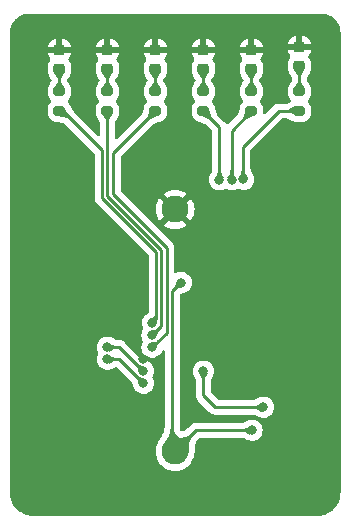
<source format=gtl>
G04 #@! TF.GenerationSoftware,KiCad,Pcbnew,7.0.2*
G04 #@! TF.CreationDate,2024-10-17T18:39:25+08:00*
G04 #@! TF.ProjectId,blinker,626c696e-6b65-4722-9e6b-696361645f70,rev?*
G04 #@! TF.SameCoordinates,Original*
G04 #@! TF.FileFunction,Copper,L1,Top*
G04 #@! TF.FilePolarity,Positive*
%FSLAX46Y46*%
G04 Gerber Fmt 4.6, Leading zero omitted, Abs format (unit mm)*
G04 Created by KiCad (PCBNEW 7.0.2) date 2024-10-17 18:39:25*
%MOMM*%
%LPD*%
G01*
G04 APERTURE LIST*
G04 Aperture macros list*
%AMRoundRect*
0 Rectangle with rounded corners*
0 $1 Rounding radius*
0 $2 $3 $4 $5 $6 $7 $8 $9 X,Y pos of 4 corners*
0 Add a 4 corners polygon primitive as box body*
4,1,4,$2,$3,$4,$5,$6,$7,$8,$9,$2,$3,0*
0 Add four circle primitives for the rounded corners*
1,1,$1+$1,$2,$3*
1,1,$1+$1,$4,$5*
1,1,$1+$1,$6,$7*
1,1,$1+$1,$8,$9*
0 Add four rect primitives between the rounded corners*
20,1,$1+$1,$2,$3,$4,$5,0*
20,1,$1+$1,$4,$5,$6,$7,0*
20,1,$1+$1,$6,$7,$8,$9,0*
20,1,$1+$1,$8,$9,$2,$3,0*%
G04 Aperture macros list end*
G04 #@! TA.AperFunction,SMDPad,CuDef*
%ADD10RoundRect,0.218750X-0.256250X0.218750X-0.256250X-0.218750X0.256250X-0.218750X0.256250X0.218750X0*%
G04 #@! TD*
G04 #@! TA.AperFunction,ComponentPad*
%ADD11C,2.280000*%
G04 #@! TD*
G04 #@! TA.AperFunction,SMDPad,CuDef*
%ADD12RoundRect,0.200000X0.275000X-0.200000X0.275000X0.200000X-0.275000X0.200000X-0.275000X-0.200000X0*%
G04 #@! TD*
G04 #@! TA.AperFunction,ViaPad*
%ADD13C,0.800000*%
G04 #@! TD*
G04 #@! TA.AperFunction,Conductor*
%ADD14C,0.250000*%
G04 #@! TD*
G04 APERTURE END LIST*
D10*
X64516000Y-20320000D03*
X64516000Y-21895000D03*
X60452000Y-20548500D03*
X60452000Y-22123500D03*
X56388000Y-20548500D03*
X56388000Y-22123500D03*
X52324000Y-20548500D03*
X52324000Y-22123500D03*
X48260000Y-20548500D03*
X48260000Y-22123500D03*
D11*
X54000000Y-34052800D03*
X54000000Y-54542800D03*
D12*
X64516000Y-24067000D03*
X64516000Y-25717000D03*
X60452000Y-25717000D03*
X60452000Y-24067000D03*
X56388000Y-24067000D03*
X56388000Y-25717000D03*
X52324000Y-25717000D03*
X52324000Y-24067000D03*
X48260000Y-25717000D03*
X48260000Y-24067000D03*
X44196000Y-24067000D03*
X44196000Y-25717000D03*
D10*
X44196000Y-20548500D03*
X44196000Y-22123500D03*
D13*
X55000000Y-52000000D03*
X64000000Y-48000000D03*
X56000000Y-44000000D03*
X59775540Y-31499307D03*
X57750000Y-31528212D03*
X58776405Y-31526405D03*
X54500000Y-40250000D03*
X60500000Y-52750000D03*
X52041098Y-45720000D03*
X52041098Y-44715262D03*
X52077780Y-43653981D03*
X51316598Y-46727402D03*
X61468000Y-50800000D03*
X56388000Y-47752000D03*
X51312299Y-47747701D03*
X48260000Y-45720000D03*
X51308000Y-48768000D03*
X48260000Y-46736000D03*
D14*
X59750000Y-31473767D02*
X59775540Y-31499307D01*
X59750000Y-28750000D02*
X59750000Y-31473767D01*
X62783000Y-25717000D02*
X59750000Y-28750000D01*
X64516000Y-25717000D02*
X62783000Y-25717000D01*
X58776405Y-27392595D02*
X58776405Y-31526405D01*
X60452000Y-25717000D02*
X58776405Y-27392595D01*
X57750000Y-27079000D02*
X57750000Y-31528212D01*
X56388000Y-25717000D02*
X57750000Y-27079000D01*
X64516000Y-21895000D02*
X64516000Y-24067000D01*
X60452000Y-22123500D02*
X60452000Y-24067000D01*
X56388000Y-22123500D02*
X56388000Y-24067000D01*
X52324000Y-22123500D02*
X52324000Y-24067000D01*
X48260000Y-22123500D02*
X48260000Y-24067000D01*
X44196000Y-24067000D02*
X44196000Y-22123500D01*
X53750000Y-54292800D02*
X54000000Y-54542800D01*
X53750000Y-41000000D02*
X53750000Y-54292800D01*
X54500000Y-40250000D02*
X53750000Y-41000000D01*
X60500000Y-52750000D02*
X55792800Y-52750000D01*
X55792800Y-52750000D02*
X54000000Y-54542800D01*
X52382000Y-43349761D02*
X52077780Y-43653981D01*
X52382000Y-37650000D02*
X52382000Y-43349761D01*
X47810000Y-29060000D02*
X47810000Y-33078000D01*
X44467000Y-25717000D02*
X47810000Y-29060000D01*
X47810000Y-33078000D02*
X52382000Y-37650000D01*
X44196000Y-25717000D02*
X44467000Y-25717000D01*
X48752396Y-29288604D02*
X52324000Y-25717000D01*
X48752396Y-32747604D02*
X48752396Y-29288604D01*
X53282000Y-44499665D02*
X53282000Y-37277208D01*
X53282000Y-37277208D02*
X48752396Y-32747604D01*
X52041098Y-45720000D02*
X52061665Y-45720000D01*
X52061665Y-45720000D02*
X53282000Y-44499665D01*
X48260000Y-32891604D02*
X52832000Y-37463604D01*
X48260000Y-25717000D02*
X48260000Y-32891604D01*
X52832000Y-37463604D02*
X52832000Y-43924360D01*
X52832000Y-43924360D02*
X52041098Y-44715262D01*
X49284598Y-45720000D02*
X51312299Y-47747701D01*
X48260000Y-45720000D02*
X49284598Y-45720000D01*
X49276000Y-46736000D02*
X51308000Y-48768000D01*
X48260000Y-46736000D02*
X49276000Y-46736000D01*
X57404000Y-50800000D02*
X61468000Y-50800000D01*
X56388000Y-47752000D02*
X56388000Y-49784000D01*
X56388000Y-49784000D02*
X57404000Y-50800000D01*
G04 #@! TA.AperFunction,Conductor*
G36*
X66504417Y-17500815D02*
G01*
X66569755Y-17505489D01*
X66712453Y-17516719D01*
X66729056Y-17519168D01*
X66818500Y-17538625D01*
X66820979Y-17539192D01*
X66932570Y-17565983D01*
X66946925Y-17570365D01*
X67037735Y-17604236D01*
X67041696Y-17605794D01*
X67142794Y-17647670D01*
X67154758Y-17653394D01*
X67241588Y-17700807D01*
X67246915Y-17703892D01*
X67338433Y-17759974D01*
X67347951Y-17766432D01*
X67427845Y-17826241D01*
X67434037Y-17831193D01*
X67515086Y-17900416D01*
X67522235Y-17907025D01*
X67592973Y-17977763D01*
X67599582Y-17984912D01*
X67668793Y-18065947D01*
X67673770Y-18072169D01*
X67733564Y-18152045D01*
X67740024Y-18161565D01*
X67796100Y-18253072D01*
X67799206Y-18258436D01*
X67846602Y-18345237D01*
X67852330Y-18357209D01*
X67875679Y-18413578D01*
X67894181Y-18458245D01*
X67895790Y-18462335D01*
X67929627Y-18553056D01*
X67934019Y-18567442D01*
X67960793Y-18678964D01*
X67961385Y-18681553D01*
X67980828Y-18770933D01*
X67983280Y-18787561D01*
X67994517Y-18930330D01*
X67999184Y-18995584D01*
X67999500Y-19004425D01*
X67999500Y-57995947D01*
X67999234Y-58004058D01*
X67994017Y-58083648D01*
X67981291Y-58261574D01*
X67979225Y-58276916D01*
X67956851Y-58389402D01*
X67926212Y-58530244D01*
X67922473Y-58543714D01*
X67883793Y-58657660D01*
X67882556Y-58661135D01*
X67834938Y-58788802D01*
X67829969Y-58800311D01*
X67775564Y-58910635D01*
X67773183Y-58915219D01*
X67709154Y-59032478D01*
X67703424Y-59041942D01*
X67634383Y-59145269D01*
X67630548Y-59150688D01*
X67551181Y-59256711D01*
X67545142Y-59264160D01*
X67462867Y-59357976D01*
X67457320Y-59363898D01*
X67363898Y-59457320D01*
X67357976Y-59462867D01*
X67264160Y-59545142D01*
X67256711Y-59551181D01*
X67150688Y-59630548D01*
X67145269Y-59634383D01*
X67041942Y-59703424D01*
X67032478Y-59709154D01*
X66915219Y-59773183D01*
X66910635Y-59775564D01*
X66800311Y-59829969D01*
X66788802Y-59834938D01*
X66661135Y-59882556D01*
X66657660Y-59883793D01*
X66543722Y-59922470D01*
X66530221Y-59926217D01*
X66389419Y-59956847D01*
X66342048Y-59966270D01*
X66276896Y-59979229D01*
X66261584Y-59981290D01*
X66083649Y-59994017D01*
X66060221Y-59995552D01*
X66004030Y-59999235D01*
X65995948Y-59999500D01*
X42004053Y-59999500D01*
X41995943Y-59999234D01*
X41916352Y-59994017D01*
X41738424Y-59981291D01*
X41723082Y-59979225D01*
X41665195Y-59967710D01*
X41610600Y-59956851D01*
X41469746Y-59926210D01*
X41456284Y-59922473D01*
X41456275Y-59922470D01*
X41385362Y-59898398D01*
X41342338Y-59883793D01*
X41338863Y-59882556D01*
X41211196Y-59834938D01*
X41199687Y-59829969D01*
X41134947Y-59798043D01*
X41089348Y-59775556D01*
X41084779Y-59773183D01*
X40967520Y-59709154D01*
X40958056Y-59703424D01*
X40854729Y-59634383D01*
X40849310Y-59630548D01*
X40793396Y-59588691D01*
X40743278Y-59551173D01*
X40735848Y-59545150D01*
X40642022Y-59462867D01*
X40636100Y-59457320D01*
X40542678Y-59363898D01*
X40537131Y-59357976D01*
X40505450Y-59321851D01*
X40454844Y-59264145D01*
X40448830Y-59256727D01*
X40369450Y-59150688D01*
X40365615Y-59145269D01*
X40296574Y-59041942D01*
X40290844Y-59032478D01*
X40226798Y-58915187D01*
X40224461Y-58910687D01*
X40170024Y-58800300D01*
X40165060Y-58788802D01*
X40117420Y-58661074D01*
X40116228Y-58657725D01*
X40077522Y-58543703D01*
X40073786Y-58530240D01*
X40043157Y-58389441D01*
X40020767Y-58276879D01*
X40018709Y-58261593D01*
X40005988Y-58083743D01*
X40000765Y-58004041D01*
X40000500Y-57995936D01*
X40000500Y-46736000D01*
X47354540Y-46736000D01*
X47374326Y-46924257D01*
X47432820Y-47104284D01*
X47527466Y-47268216D01*
X47654129Y-47408889D01*
X47807269Y-47520151D01*
X47980197Y-47597144D01*
X48165352Y-47636500D01*
X48165354Y-47636500D01*
X48354648Y-47636500D01*
X48539800Y-47597145D01*
X48539801Y-47597144D01*
X48539803Y-47597144D01*
X48602781Y-47569103D01*
X48615380Y-47564298D01*
X48645331Y-47554707D01*
X48742068Y-47507652D01*
X48790438Y-47484126D01*
X48791758Y-47483453D01*
X48812199Y-47472881D01*
X48813517Y-47472169D01*
X48813192Y-47472337D01*
X48814489Y-47471595D01*
X48834371Y-47460058D01*
X48835667Y-47459274D01*
X48921451Y-47406685D01*
X48925300Y-47404326D01*
X48992743Y-47386077D01*
X49059347Y-47407188D01*
X49077778Y-47422368D01*
X50257265Y-48601856D01*
X50274139Y-48622872D01*
X50277780Y-48628582D01*
X50330752Y-48690162D01*
X50356022Y-48737123D01*
X50361766Y-48757331D01*
X50363060Y-48762265D01*
X50389873Y-48873861D01*
X50390244Y-48875291D01*
X50396115Y-48897342D01*
X50396520Y-48898759D01*
X50396426Y-48898408D01*
X50396881Y-48899868D01*
X50403915Y-48921924D01*
X50404404Y-48923369D01*
X50456624Y-49074469D01*
X50456625Y-49074469D01*
X50461667Y-49088399D01*
X50461898Y-49089009D01*
X50462762Y-49090894D01*
X50462767Y-49090906D01*
X50471146Y-49109186D01*
X50476350Y-49122526D01*
X50480821Y-49136284D01*
X50575465Y-49300214D01*
X50702129Y-49440889D01*
X50855269Y-49552151D01*
X51028197Y-49629144D01*
X51213352Y-49668500D01*
X51213354Y-49668500D01*
X51402648Y-49668500D01*
X51526084Y-49642262D01*
X51587803Y-49629144D01*
X51760730Y-49552151D01*
X51913871Y-49440888D01*
X52040533Y-49300216D01*
X52135179Y-49136284D01*
X52193674Y-48956256D01*
X52213460Y-48768000D01*
X52193674Y-48579744D01*
X52150537Y-48446983D01*
X52135180Y-48399718D01*
X52135179Y-48399716D01*
X52091216Y-48323570D01*
X52074744Y-48255673D01*
X52091216Y-48199575D01*
X52139478Y-48115985D01*
X52197973Y-47935957D01*
X52217759Y-47747701D01*
X52197973Y-47559445D01*
X52149054Y-47408888D01*
X52139478Y-47379416D01*
X52044832Y-47215484D01*
X51918169Y-47074812D01*
X51765029Y-46963550D01*
X51652134Y-46913285D01*
X51645806Y-46910250D01*
X51618753Y-46896320D01*
X51602716Y-46890779D01*
X51592774Y-46886856D01*
X51590809Y-46885981D01*
X51580705Y-46883173D01*
X51500979Y-46855624D01*
X51500968Y-46855620D01*
X51497591Y-46854454D01*
X51494093Y-46853683D01*
X51494091Y-46853683D01*
X51386910Y-46830076D01*
X51386899Y-46830074D01*
X51383411Y-46829306D01*
X51378067Y-46828765D01*
X51374473Y-46828818D01*
X51374452Y-46828818D01*
X51369728Y-46828889D01*
X51351695Y-46827842D01*
X51313900Y-46822866D01*
X51250004Y-46794599D01*
X51235714Y-46780363D01*
X51220926Y-46763013D01*
X51220925Y-46763012D01*
X51219887Y-46761794D01*
X51218236Y-46760047D01*
X51217095Y-46758958D01*
X51217080Y-46758943D01*
X51181663Y-46725145D01*
X51180501Y-46724036D01*
X51172888Y-46717487D01*
X51171223Y-46716129D01*
X51146913Y-46696669D01*
X51136780Y-46687591D01*
X49785400Y-45336211D01*
X49772504Y-45320113D01*
X49721373Y-45272098D01*
X49718576Y-45269387D01*
X49701825Y-45252636D01*
X49699069Y-45249880D01*
X49695888Y-45247412D01*
X49687020Y-45239837D01*
X49655180Y-45209938D01*
X49637622Y-45200285D01*
X49621362Y-45189604D01*
X49605534Y-45177327D01*
X49565449Y-45159980D01*
X49554959Y-45154841D01*
X49516689Y-45133802D01*
X49497289Y-45128821D01*
X49478882Y-45122519D01*
X49460495Y-45114562D01*
X49417356Y-45107729D01*
X49405922Y-45105361D01*
X49363617Y-45094500D01*
X49343582Y-45094500D01*
X49324184Y-45092973D01*
X49316760Y-45091797D01*
X49304403Y-45089840D01*
X49304402Y-45089840D01*
X49271349Y-45092964D01*
X49260923Y-45093950D01*
X49249254Y-45094500D01*
X49120464Y-45094500D01*
X49093672Y-45091571D01*
X49087056Y-45090107D01*
X49087053Y-45090106D01*
X49087050Y-45090106D01*
X49006056Y-45084020D01*
X48954980Y-45068682D01*
X48936625Y-45058452D01*
X48932221Y-45055878D01*
X48834366Y-44995936D01*
X48833073Y-44995176D01*
X48813192Y-44983660D01*
X48811885Y-44982934D01*
X48812199Y-44983116D01*
X48810880Y-44982425D01*
X48790431Y-44971868D01*
X48789081Y-44971202D01*
X48645302Y-44901278D01*
X48632637Y-44895348D01*
X48632632Y-44895346D01*
X48631733Y-44894925D01*
X48631140Y-44894658D01*
X48629193Y-44893935D01*
X48569062Y-44871610D01*
X48561787Y-44868643D01*
X48539803Y-44858855D01*
X48354648Y-44819500D01*
X48354646Y-44819500D01*
X48165354Y-44819500D01*
X48165352Y-44819500D01*
X47980197Y-44858855D01*
X47807269Y-44935848D01*
X47654129Y-45047110D01*
X47527466Y-45187783D01*
X47432820Y-45351715D01*
X47374326Y-45531742D01*
X47354540Y-45720000D01*
X47374326Y-45908257D01*
X47432820Y-46088283D01*
X47477690Y-46166001D01*
X47494162Y-46233901D01*
X47477690Y-46289999D01*
X47432820Y-46367716D01*
X47374326Y-46547742D01*
X47354540Y-46736000D01*
X40000500Y-46736000D01*
X40000500Y-25973616D01*
X43220500Y-25973616D01*
X43220754Y-25976420D01*
X43220755Y-25976424D01*
X43226913Y-26044193D01*
X43226914Y-26044196D01*
X43277522Y-26206606D01*
X43277523Y-26206607D01*
X43365528Y-26352186D01*
X43485813Y-26472471D01*
X43485815Y-26472472D01*
X43631394Y-26560478D01*
X43793804Y-26611086D01*
X43864384Y-26617500D01*
X43987397Y-26617500D01*
X44014287Y-26620450D01*
X44585286Y-26747297D01*
X44646075Y-26780665D01*
X47148181Y-29282771D01*
X47181666Y-29344094D01*
X47184500Y-29370452D01*
X47184500Y-32995256D01*
X47182235Y-33015766D01*
X47184439Y-33085872D01*
X47184500Y-33089767D01*
X47184500Y-33117350D01*
X47184988Y-33121219D01*
X47184989Y-33121225D01*
X47185004Y-33121343D01*
X47185918Y-33132967D01*
X47187290Y-33176626D01*
X47192879Y-33195860D01*
X47196825Y-33214916D01*
X47199335Y-33234792D01*
X47215414Y-33275404D01*
X47219197Y-33286451D01*
X47231382Y-33328391D01*
X47241580Y-33345635D01*
X47250136Y-33363100D01*
X47257514Y-33381732D01*
X47257515Y-33381733D01*
X47283180Y-33417059D01*
X47289593Y-33426822D01*
X47311826Y-33464416D01*
X47311829Y-33464419D01*
X47311830Y-33464420D01*
X47325995Y-33478585D01*
X47338627Y-33493375D01*
X47350406Y-33509587D01*
X47384058Y-33537426D01*
X47392699Y-33545289D01*
X51720181Y-37872771D01*
X51753666Y-37934094D01*
X51756500Y-37960452D01*
X51756500Y-42720441D01*
X51736815Y-42787480D01*
X51685047Y-42832743D01*
X51687856Y-42831377D01*
X51686116Y-42832257D01*
X51684384Y-42833067D01*
X51681837Y-42834457D01*
X51680224Y-42835472D01*
X51680201Y-42835486D01*
X51634610Y-42864189D01*
X51627829Y-42867810D01*
X51513698Y-42950730D01*
X51511012Y-42952665D01*
X51510824Y-42952801D01*
X51510632Y-42952940D01*
X51510609Y-42952957D01*
X51471915Y-42981084D01*
X51432031Y-43025379D01*
X51428624Y-43029013D01*
X51408327Y-43049808D01*
X51400615Y-43060271D01*
X51345246Y-43121765D01*
X51250600Y-43285696D01*
X51192106Y-43465723D01*
X51172320Y-43653981D01*
X51192106Y-43842238D01*
X51250600Y-44022265D01*
X51290200Y-44090853D01*
X51306673Y-44158753D01*
X51290200Y-44214852D01*
X51213919Y-44346975D01*
X51155424Y-44527004D01*
X51135638Y-44715261D01*
X51155424Y-44903519D01*
X51213918Y-45083545D01*
X51255537Y-45155632D01*
X51272009Y-45223532D01*
X51255537Y-45279630D01*
X51213918Y-45351716D01*
X51155424Y-45531742D01*
X51151722Y-45566965D01*
X51135638Y-45720000D01*
X51145531Y-45814127D01*
X51155424Y-45908257D01*
X51213918Y-46088284D01*
X51308564Y-46252216D01*
X51435227Y-46392889D01*
X51588367Y-46504151D01*
X51761295Y-46581144D01*
X51946450Y-46620500D01*
X51946452Y-46620500D01*
X52135746Y-46620500D01*
X52259182Y-46594262D01*
X52320901Y-46581144D01*
X52493828Y-46504151D01*
X52646969Y-46392888D01*
X52773631Y-46252216D01*
X52868277Y-46088284D01*
X52877213Y-46060779D01*
X52885326Y-46041514D01*
X52890689Y-46031289D01*
X52939257Y-45981067D01*
X53007271Y-45965073D01*
X53073135Y-45988390D01*
X53115938Y-46043614D01*
X53124499Y-46088888D01*
X53124499Y-52371476D01*
X53121009Y-52400686D01*
X53120773Y-52401656D01*
X53085710Y-52769325D01*
X53079180Y-52798883D01*
X53012642Y-52987100D01*
X53001671Y-53010213D01*
X52880571Y-53209293D01*
X52878343Y-53212821D01*
X52701800Y-53482192D01*
X52700786Y-53483820D01*
X52685492Y-53508834D01*
X52684530Y-53510490D01*
X52684791Y-53510063D01*
X52683892Y-53511727D01*
X52670264Y-53537451D01*
X52669405Y-53539163D01*
X52584288Y-53712287D01*
X52578743Y-53722356D01*
X52533782Y-53795727D01*
X52434966Y-54034289D01*
X52374687Y-54285374D01*
X52354427Y-54542800D01*
X52374687Y-54800225D01*
X52434966Y-55051310D01*
X52494607Y-55195294D01*
X52533784Y-55289875D01*
X52668703Y-55510044D01*
X52668705Y-55510047D01*
X52735277Y-55587992D01*
X52836404Y-55706396D01*
X53032756Y-55874097D01*
X53252925Y-56009016D01*
X53431848Y-56083128D01*
X53491489Y-56107833D01*
X53570812Y-56126876D01*
X53742576Y-56168113D01*
X54000000Y-56188373D01*
X54257424Y-56168113D01*
X54508510Y-56107833D01*
X54747075Y-56009016D01*
X54967244Y-55874097D01*
X55163596Y-55706396D01*
X55331297Y-55510044D01*
X55466216Y-55289875D01*
X55565033Y-55051310D01*
X55625313Y-54800224D01*
X55634316Y-54685823D01*
X55636235Y-54671780D01*
X55656610Y-54567564D01*
X55656612Y-54567547D01*
X55657000Y-54565216D01*
X55662573Y-54529358D01*
X55662872Y-54527003D01*
X55662780Y-54527590D01*
X55662987Y-54525253D01*
X55665789Y-54489401D01*
X55665906Y-54487061D01*
X55678753Y-54171423D01*
X55679344Y-54156936D01*
X55679632Y-54152157D01*
X55697580Y-53928779D01*
X55704268Y-53897393D01*
X55740198Y-53795727D01*
X55756490Y-53749626D01*
X55775556Y-53714777D01*
X55984903Y-53445883D01*
X55984957Y-53445809D01*
X55985760Y-53444744D01*
X55989046Y-53440305D01*
X55989288Y-53439979D01*
X56001144Y-53426245D01*
X56015574Y-53411815D01*
X56076898Y-53378333D01*
X56103252Y-53375500D01*
X59639545Y-53375500D01*
X59666336Y-53378428D01*
X59672948Y-53379892D01*
X59753941Y-53385977D01*
X59805010Y-53401312D01*
X59823392Y-53411556D01*
X59827790Y-53414127D01*
X59879630Y-53445883D01*
X59925633Y-53474063D01*
X59926940Y-53474831D01*
X59946997Y-53486443D01*
X59948321Y-53487178D01*
X59947991Y-53486987D01*
X59949340Y-53487695D01*
X59969571Y-53498132D01*
X59970872Y-53498774D01*
X60114684Y-53568713D01*
X60114684Y-53568714D01*
X60127528Y-53574740D01*
X60128134Y-53575014D01*
X60191014Y-53598415D01*
X60198175Y-53601339D01*
X60217505Y-53609945D01*
X60220199Y-53611145D01*
X60405352Y-53650500D01*
X60405354Y-53650500D01*
X60594648Y-53650500D01*
X60718084Y-53624262D01*
X60779803Y-53611144D01*
X60952730Y-53534151D01*
X60985297Y-53510490D01*
X61105870Y-53422889D01*
X61134761Y-53390803D01*
X61232533Y-53282216D01*
X61327179Y-53118284D01*
X61385674Y-52938256D01*
X61405460Y-52750000D01*
X61385674Y-52561744D01*
X61327179Y-52381716D01*
X61327179Y-52381715D01*
X61232533Y-52217783D01*
X61105870Y-52077110D01*
X60952730Y-51965848D01*
X60779802Y-51888855D01*
X60594648Y-51849500D01*
X60594646Y-51849500D01*
X60405354Y-51849500D01*
X60405352Y-51849500D01*
X60220198Y-51888854D01*
X60157248Y-51916882D01*
X60144632Y-51921694D01*
X60114676Y-51931287D01*
X59969568Y-52001867D01*
X59968252Y-52002536D01*
X59948230Y-52012880D01*
X59946926Y-52013583D01*
X59947253Y-52013414D01*
X59945914Y-52014178D01*
X59925643Y-52025928D01*
X59924317Y-52026728D01*
X59827754Y-52085890D01*
X59823349Y-52088465D01*
X59805015Y-52098683D01*
X59753941Y-52114020D01*
X59672943Y-52120107D01*
X59670793Y-52120326D01*
X59640223Y-52123716D01*
X59639889Y-52123753D01*
X59626299Y-52124500D01*
X55875541Y-52124500D01*
X55855037Y-52122236D01*
X55784945Y-52124439D01*
X55781051Y-52124500D01*
X55753450Y-52124500D01*
X55749599Y-52124986D01*
X55749568Y-52124988D01*
X55749440Y-52125005D01*
X55737828Y-52125918D01*
X55694168Y-52127290D01*
X55674928Y-52132880D01*
X55655881Y-52136825D01*
X55636009Y-52139335D01*
X55595399Y-52155413D01*
X55584354Y-52159194D01*
X55542410Y-52171381D01*
X55525165Y-52181579D01*
X55507704Y-52190133D01*
X55489067Y-52197512D01*
X55453731Y-52223185D01*
X55443974Y-52229595D01*
X55406380Y-52251829D01*
X55392213Y-52265996D01*
X55377424Y-52278626D01*
X55361213Y-52290404D01*
X55333372Y-52324058D01*
X55325511Y-52332697D01*
X55112004Y-52546204D01*
X55096334Y-52558402D01*
X55096382Y-52558461D01*
X54841011Y-52765049D01*
X54810484Y-52783203D01*
X54682259Y-52836326D01*
X54649839Y-52844852D01*
X54604175Y-52850432D01*
X54535242Y-52839025D01*
X54506635Y-52819922D01*
X54503309Y-52816958D01*
X54478359Y-52786277D01*
X54477340Y-52784508D01*
X54432470Y-52706612D01*
X54417148Y-52662120D01*
X54377020Y-52378872D01*
X54375500Y-52359550D01*
X54375500Y-47752000D01*
X55482540Y-47752000D01*
X55502326Y-47940257D01*
X55560821Y-48120284D01*
X55560938Y-48120487D01*
X55564961Y-48129571D01*
X55565412Y-48129353D01*
X55639869Y-48282432D01*
X55640541Y-48283750D01*
X55651116Y-48304199D01*
X55651838Y-48305536D01*
X55651660Y-48305192D01*
X55652412Y-48306508D01*
X55663941Y-48326374D01*
X55664731Y-48327682D01*
X55723529Y-48423598D01*
X55726100Y-48427994D01*
X55736683Y-48446982D01*
X55752020Y-48498054D01*
X55758108Y-48579058D01*
X55758327Y-48581223D01*
X55761753Y-48612108D01*
X55762500Y-48625701D01*
X55762500Y-49701256D01*
X55760235Y-49721766D01*
X55762439Y-49791872D01*
X55762500Y-49795767D01*
X55762500Y-49823350D01*
X55762988Y-49827219D01*
X55762989Y-49827225D01*
X55763004Y-49827343D01*
X55763918Y-49838967D01*
X55765290Y-49882626D01*
X55770879Y-49901860D01*
X55774825Y-49920916D01*
X55777335Y-49940792D01*
X55793414Y-49981404D01*
X55797197Y-49992451D01*
X55809382Y-50034391D01*
X55819580Y-50051635D01*
X55828136Y-50069100D01*
X55835514Y-50087732D01*
X55835515Y-50087733D01*
X55861180Y-50123059D01*
X55867593Y-50132822D01*
X55889826Y-50170416D01*
X55889829Y-50170419D01*
X55889830Y-50170420D01*
X55903995Y-50184585D01*
X55916627Y-50199375D01*
X55928406Y-50215587D01*
X55962058Y-50243426D01*
X55970699Y-50251289D01*
X56903196Y-51183787D01*
X56916096Y-51199888D01*
X56967223Y-51247900D01*
X56970020Y-51250611D01*
X56989529Y-51270120D01*
X56992709Y-51272587D01*
X57001571Y-51280155D01*
X57033418Y-51310062D01*
X57050972Y-51319712D01*
X57067236Y-51330396D01*
X57078972Y-51339499D01*
X57083064Y-51342673D01*
X57107909Y-51353424D01*
X57123152Y-51360021D01*
X57133631Y-51365154D01*
X57171908Y-51386197D01*
X57191306Y-51391177D01*
X57209708Y-51397477D01*
X57228104Y-51405438D01*
X57271261Y-51412273D01*
X57282664Y-51414634D01*
X57324981Y-51425500D01*
X57345016Y-51425500D01*
X57364413Y-51427026D01*
X57384196Y-51430160D01*
X57427674Y-51426050D01*
X57439344Y-51425500D01*
X60607545Y-51425500D01*
X60634336Y-51428428D01*
X60640948Y-51429892D01*
X60721941Y-51435977D01*
X60773010Y-51451312D01*
X60791392Y-51461556D01*
X60795790Y-51464127D01*
X60810093Y-51472889D01*
X60893633Y-51524063D01*
X60894940Y-51524831D01*
X60914997Y-51536443D01*
X60916321Y-51537178D01*
X60915991Y-51536987D01*
X60917340Y-51537695D01*
X60937571Y-51548132D01*
X60938872Y-51548774D01*
X61082684Y-51618713D01*
X61082684Y-51618714D01*
X61095528Y-51624740D01*
X61096134Y-51625014D01*
X61159014Y-51648415D01*
X61166175Y-51651339D01*
X61185505Y-51659945D01*
X61188199Y-51661145D01*
X61373352Y-51700500D01*
X61373354Y-51700500D01*
X61562648Y-51700500D01*
X61686084Y-51674262D01*
X61747803Y-51661144D01*
X61920730Y-51584151D01*
X61920729Y-51584151D01*
X62073870Y-51472889D01*
X62102761Y-51440803D01*
X62200533Y-51332216D01*
X62295179Y-51168284D01*
X62353674Y-50988256D01*
X62373460Y-50800000D01*
X62353674Y-50611744D01*
X62295179Y-50431716D01*
X62295179Y-50431715D01*
X62200533Y-50267783D01*
X62073870Y-50127110D01*
X61920730Y-50015848D01*
X61747802Y-49938855D01*
X61562648Y-49899500D01*
X61562646Y-49899500D01*
X61373354Y-49899500D01*
X61373352Y-49899500D01*
X61188198Y-49938854D01*
X61125248Y-49966882D01*
X61112632Y-49971694D01*
X61082676Y-49981287D01*
X60937568Y-50051867D01*
X60936252Y-50052536D01*
X60916230Y-50062880D01*
X60914926Y-50063583D01*
X60915253Y-50063414D01*
X60913914Y-50064178D01*
X60893643Y-50075928D01*
X60892317Y-50076728D01*
X60795754Y-50135890D01*
X60791349Y-50138465D01*
X60773015Y-50148683D01*
X60721941Y-50164020D01*
X60640943Y-50170107D01*
X60638793Y-50170326D01*
X60608223Y-50173716D01*
X60607889Y-50173753D01*
X60594299Y-50174500D01*
X57714452Y-50174500D01*
X57647413Y-50154815D01*
X57626771Y-50138181D01*
X57049819Y-49561228D01*
X57016334Y-49499905D01*
X57013500Y-49473547D01*
X57013500Y-48612455D01*
X57016429Y-48585662D01*
X57017892Y-48579052D01*
X57019820Y-48553384D01*
X57023978Y-48498057D01*
X57039314Y-48446983D01*
X57039317Y-48446978D01*
X57049570Y-48428580D01*
X57052113Y-48424230D01*
X57111255Y-48327682D01*
X57112064Y-48326362D01*
X57112813Y-48325087D01*
X57124337Y-48305192D01*
X57125073Y-48303867D01*
X57124881Y-48304199D01*
X57125581Y-48302864D01*
X57136126Y-48282437D01*
X57136800Y-48281073D01*
X57206707Y-48137331D01*
X57206710Y-48137324D01*
X57210437Y-48129372D01*
X57215169Y-48120315D01*
X57219976Y-48105519D01*
X57221680Y-48100622D01*
X57237096Y-48059157D01*
X57237258Y-48058044D01*
X57242017Y-48037682D01*
X57273674Y-47940256D01*
X57293460Y-47752000D01*
X57273674Y-47563744D01*
X57215179Y-47383716D01*
X57215179Y-47383715D01*
X57120533Y-47219783D01*
X56993870Y-47079110D01*
X56840730Y-46967848D01*
X56667802Y-46890855D01*
X56482648Y-46851500D01*
X56482646Y-46851500D01*
X56293354Y-46851500D01*
X56293352Y-46851500D01*
X56108197Y-46890855D01*
X55935269Y-46967848D01*
X55782129Y-47079110D01*
X55655466Y-47219783D01*
X55560820Y-47383715D01*
X55502326Y-47563742D01*
X55482540Y-47752000D01*
X54375500Y-47752000D01*
X54375500Y-41324284D01*
X54395185Y-41257245D01*
X54418631Y-41230282D01*
X54422162Y-41227245D01*
X54469124Y-41201974D01*
X54489343Y-41196227D01*
X54494227Y-41194946D01*
X54575935Y-41175314D01*
X54605853Y-41168127D01*
X54607290Y-41167753D01*
X54629570Y-41161815D01*
X54631005Y-41161404D01*
X54630658Y-41161497D01*
X54632116Y-41161043D01*
X54653930Y-41154080D01*
X54655338Y-41153603D01*
X54765562Y-41115507D01*
X54768386Y-41114532D01*
X54778512Y-41111718D01*
X54779800Y-41111144D01*
X54779803Y-41111144D01*
X54780490Y-41110837D01*
X54790433Y-41106914D01*
X54806443Y-41101383D01*
X54819753Y-41096575D01*
X54820384Y-41096337D01*
X54849466Y-41083030D01*
X54886673Y-41066008D01*
X54904122Y-41055792D01*
X54952730Y-41034151D01*
X55105871Y-40922888D01*
X55232533Y-40782216D01*
X55327179Y-40618284D01*
X55385674Y-40438256D01*
X55405460Y-40250000D01*
X55385674Y-40061744D01*
X55327179Y-39881716D01*
X55327179Y-39881715D01*
X55232533Y-39717783D01*
X55105870Y-39577110D01*
X54952730Y-39465848D01*
X54779802Y-39388855D01*
X54594648Y-39349500D01*
X54594646Y-39349500D01*
X54405354Y-39349500D01*
X54405352Y-39349500D01*
X54220199Y-39388854D01*
X54081934Y-39450414D01*
X54012684Y-39459698D01*
X53949408Y-39430069D01*
X53912195Y-39370934D01*
X53907500Y-39337141D01*
X53907500Y-37359947D01*
X53909763Y-37339446D01*
X53907561Y-37269351D01*
X53907500Y-37265457D01*
X53907500Y-37241752D01*
X53907500Y-37237858D01*
X53906998Y-37233889D01*
X53906080Y-37222232D01*
X53904709Y-37178580D01*
X53899119Y-37159342D01*
X53895174Y-37140290D01*
X53892664Y-37120416D01*
X53876578Y-37079789D01*
X53872805Y-37068768D01*
X53860617Y-37026818D01*
X53850421Y-37009577D01*
X53841863Y-36992110D01*
X53834486Y-36973476D01*
X53808798Y-36938120D01*
X53802409Y-36928392D01*
X53780170Y-36890787D01*
X53766006Y-36876623D01*
X53753369Y-36861828D01*
X53741595Y-36845622D01*
X53741594Y-36845621D01*
X53707935Y-36817776D01*
X53699305Y-36809922D01*
X51581477Y-34692094D01*
X50942183Y-34052800D01*
X52354929Y-34052800D01*
X52375183Y-34310147D01*
X52435444Y-34561154D01*
X52534232Y-34799648D01*
X52669109Y-35019748D01*
X52673894Y-35025351D01*
X52673895Y-35025351D01*
X53315195Y-34384050D01*
X53337340Y-34435387D01*
X53443433Y-34577894D01*
X53579530Y-34692094D01*
X53669216Y-34737135D01*
X53027447Y-35378903D01*
X53033051Y-35383689D01*
X53253151Y-35518567D01*
X53491645Y-35617355D01*
X53742652Y-35677616D01*
X54000000Y-35697870D01*
X54257347Y-35677616D01*
X54508354Y-35617355D01*
X54746848Y-35518567D01*
X54966945Y-35383691D01*
X54972550Y-35378903D01*
X54333747Y-34740100D01*
X54343409Y-34736584D01*
X54491844Y-34638957D01*
X54613764Y-34509730D01*
X54685768Y-34385015D01*
X55326103Y-35025350D01*
X55330891Y-35019745D01*
X55465767Y-34799648D01*
X55564555Y-34561154D01*
X55624816Y-34310147D01*
X55645070Y-34052800D01*
X55624816Y-33795452D01*
X55564555Y-33544445D01*
X55465767Y-33305951D01*
X55330889Y-33085851D01*
X55326103Y-33080247D01*
X54684803Y-33721547D01*
X54662660Y-33670213D01*
X54556567Y-33527706D01*
X54420470Y-33413506D01*
X54330783Y-33368464D01*
X54972551Y-32726695D01*
X54972551Y-32726694D01*
X54966948Y-32721909D01*
X54746848Y-32587032D01*
X54508354Y-32488244D01*
X54257347Y-32427983D01*
X53999999Y-32407729D01*
X53742652Y-32427983D01*
X53491645Y-32488244D01*
X53253151Y-32587032D01*
X53033052Y-32721909D01*
X53027448Y-32726695D01*
X53666252Y-33365499D01*
X53656591Y-33369016D01*
X53508156Y-33466643D01*
X53386236Y-33595870D01*
X53314231Y-33720584D01*
X52673895Y-33080248D01*
X52669109Y-33085852D01*
X52534232Y-33305951D01*
X52435444Y-33544445D01*
X52375183Y-33795452D01*
X52354929Y-34052800D01*
X50942183Y-34052800D01*
X49414212Y-32524828D01*
X49380729Y-32463508D01*
X49377895Y-32437159D01*
X49377896Y-29599054D01*
X49397581Y-29532016D01*
X49414210Y-29511379D01*
X52024139Y-26901450D01*
X52059214Y-26876845D01*
X52549022Y-26647413D01*
X52587885Y-26629209D01*
X52640484Y-26617500D01*
X52652797Y-26617500D01*
X52655616Y-26617500D01*
X52726196Y-26611086D01*
X52888606Y-26560478D01*
X53034185Y-26472472D01*
X53154472Y-26352185D01*
X53242478Y-26206606D01*
X53293086Y-26044196D01*
X53299500Y-25973616D01*
X55412500Y-25973616D01*
X55412754Y-25976420D01*
X55412755Y-25976424D01*
X55418913Y-26044193D01*
X55418914Y-26044196D01*
X55469522Y-26206606D01*
X55469523Y-26206607D01*
X55557528Y-26352186D01*
X55677813Y-26472471D01*
X55677815Y-26472472D01*
X55823394Y-26560478D01*
X55985804Y-26611086D01*
X56056384Y-26617500D01*
X56071515Y-26617500D01*
X56124114Y-26629209D01*
X56652778Y-26876843D01*
X56652783Y-26876845D01*
X56687865Y-26901455D01*
X57088181Y-27301771D01*
X57121666Y-27363094D01*
X57124500Y-27389452D01*
X57124500Y-30667747D01*
X57121571Y-30694539D01*
X57120106Y-30701157D01*
X57114020Y-30782153D01*
X57098683Y-30833227D01*
X57088465Y-30851561D01*
X57085890Y-30855966D01*
X57025928Y-30953854D01*
X57025160Y-30955162D01*
X57013414Y-30975465D01*
X57012677Y-30976794D01*
X57012880Y-30976442D01*
X57012202Y-30977738D01*
X57001866Y-30997782D01*
X57001198Y-30999134D01*
X56931277Y-31142912D01*
X56927559Y-31150842D01*
X56922831Y-31159895D01*
X56918038Y-31174645D01*
X56916341Y-31179519D01*
X56900901Y-31221056D01*
X56900737Y-31222184D01*
X56895974Y-31242549D01*
X56864327Y-31339952D01*
X56864326Y-31339956D01*
X56847578Y-31499307D01*
X56844540Y-31528211D01*
X56864326Y-31716469D01*
X56922820Y-31896496D01*
X57017466Y-32060428D01*
X57144129Y-32201101D01*
X57297269Y-32312363D01*
X57470197Y-32389356D01*
X57655352Y-32428712D01*
X57655354Y-32428712D01*
X57844648Y-32428712D01*
X57980634Y-32399807D01*
X58029803Y-32389356D01*
X58202730Y-32312363D01*
X58202730Y-32312362D01*
X58214636Y-32307062D01*
X58216541Y-32311342D01*
X58257388Y-32296498D01*
X58315629Y-32306973D01*
X58323672Y-32310554D01*
X58323675Y-32310556D01*
X58435740Y-32360451D01*
X58496602Y-32387549D01*
X58681757Y-32426905D01*
X58681759Y-32426905D01*
X58871053Y-32426905D01*
X58998538Y-32399807D01*
X59056208Y-32387549D01*
X59229135Y-32310556D01*
X59229933Y-32309975D01*
X59232475Y-32309068D01*
X59241041Y-32305255D01*
X59241331Y-32305908D01*
X59295735Y-32286495D01*
X59353253Y-32297012D01*
X59482199Y-32354423D01*
X59495739Y-32360452D01*
X59680892Y-32399807D01*
X59680894Y-32399807D01*
X59870188Y-32399807D01*
X59993624Y-32373569D01*
X60055343Y-32360451D01*
X60228270Y-32283458D01*
X60381411Y-32172195D01*
X60508073Y-32031523D01*
X60602719Y-31867591D01*
X60661214Y-31687563D01*
X60681000Y-31499307D01*
X60661214Y-31311051D01*
X60602719Y-31131023D01*
X60599184Y-31124901D01*
X60594670Y-31114907D01*
X60594592Y-31114947D01*
X60517353Y-30962085D01*
X60516394Y-30960297D01*
X60501509Y-30933120D01*
X60500504Y-30931386D01*
X60500737Y-30931812D01*
X60499661Y-30930084D01*
X60483243Y-30904246D01*
X60482143Y-30902603D01*
X60414131Y-30802744D01*
X60412647Y-30800514D01*
X60411540Y-30798810D01*
X60404523Y-30788009D01*
X60385007Y-30731599D01*
X60379415Y-30669613D01*
X60379403Y-30669518D01*
X60379196Y-30667689D01*
X60376407Y-30644880D01*
X60375500Y-30629910D01*
X60375500Y-29060451D01*
X60395185Y-28993412D01*
X60411814Y-28972775D01*
X63005771Y-26378819D01*
X63067094Y-26345334D01*
X63093452Y-26342500D01*
X63483316Y-26342500D01*
X63538437Y-26355425D01*
X63931867Y-26550671D01*
X63934082Y-26551441D01*
X63949009Y-26559036D01*
X63951394Y-26560478D01*
X64033103Y-26585940D01*
X64036932Y-26587202D01*
X64047107Y-26590739D01*
X64051904Y-26592407D01*
X64055724Y-26593215D01*
X64059489Y-26594264D01*
X64052961Y-26592672D01*
X64063534Y-26595421D01*
X64113804Y-26611086D01*
X64184384Y-26617500D01*
X64187203Y-26617500D01*
X64844797Y-26617500D01*
X64847616Y-26617500D01*
X64918196Y-26611086D01*
X65080606Y-26560478D01*
X65226185Y-26472472D01*
X65346472Y-26352185D01*
X65434478Y-26206606D01*
X65485086Y-26044196D01*
X65491500Y-25973616D01*
X65491500Y-25460384D01*
X65485086Y-25389804D01*
X65434478Y-25227394D01*
X65357393Y-25099880D01*
X65346471Y-25081813D01*
X65244339Y-24979681D01*
X65210854Y-24918358D01*
X65215838Y-24848666D01*
X65244339Y-24804319D01*
X65346471Y-24702186D01*
X65346472Y-24702185D01*
X65434478Y-24556606D01*
X65485086Y-24394196D01*
X65491500Y-24323616D01*
X65491500Y-23810384D01*
X65485086Y-23739804D01*
X65434478Y-23577394D01*
X65346472Y-23431815D01*
X65328446Y-23413789D01*
X65310479Y-23391024D01*
X65159846Y-23145844D01*
X65141499Y-23080933D01*
X65141499Y-23064904D01*
X65141499Y-22947312D01*
X65158106Y-22885326D01*
X65386152Y-22490288D01*
X65386787Y-22489147D01*
X65392947Y-22477919D01*
X65393536Y-22476847D01*
X65396655Y-22471493D01*
X65428549Y-22419787D01*
X65481436Y-22260185D01*
X65491500Y-22161674D01*
X65491500Y-21628326D01*
X65481436Y-21529815D01*
X65428549Y-21370213D01*
X65340281Y-21227109D01*
X65340280Y-21227108D01*
X65340279Y-21227106D01*
X65308001Y-21194828D01*
X65274516Y-21133505D01*
X65279500Y-21063813D01*
X65308001Y-21019466D01*
X65339885Y-20987581D01*
X65428093Y-20844573D01*
X65480943Y-20685083D01*
X65490680Y-20589775D01*
X65491000Y-20583495D01*
X65491000Y-20570000D01*
X63541001Y-20570000D01*
X63541001Y-20583493D01*
X63541321Y-20589775D01*
X63551056Y-20685082D01*
X63603906Y-20844573D01*
X63692114Y-20987581D01*
X63723999Y-21019466D01*
X63757484Y-21080789D01*
X63752500Y-21150481D01*
X63723999Y-21194828D01*
X63691720Y-21227106D01*
X63603450Y-21370214D01*
X63550563Y-21529814D01*
X63540819Y-21625193D01*
X63540817Y-21625213D01*
X63540500Y-21628326D01*
X63540500Y-22161674D01*
X63540818Y-22164787D01*
X63540819Y-22164806D01*
X63550563Y-22260185D01*
X63603451Y-22419787D01*
X63638225Y-22476166D01*
X63641867Y-22483392D01*
X63645844Y-22490282D01*
X63645847Y-22490288D01*
X63777096Y-22717647D01*
X63873891Y-22885322D01*
X63890500Y-22947316D01*
X63890500Y-23080934D01*
X63872153Y-23145845D01*
X63721521Y-23391022D01*
X63703552Y-23413789D01*
X63685529Y-23431812D01*
X63597523Y-23577392D01*
X63546913Y-23739806D01*
X63540755Y-23807575D01*
X63540500Y-23810384D01*
X63540500Y-24323616D01*
X63540754Y-24326420D01*
X63540755Y-24326424D01*
X63546913Y-24394193D01*
X63546914Y-24394196D01*
X63597522Y-24556606D01*
X63597523Y-24556607D01*
X63685528Y-24702186D01*
X63766258Y-24782916D01*
X63799743Y-24844239D01*
X63794759Y-24913931D01*
X63752887Y-24969864D01*
X63733700Y-24981671D01*
X63654373Y-25021038D01*
X63538435Y-25078574D01*
X63483315Y-25091500D01*
X62865744Y-25091500D01*
X62845236Y-25089235D01*
X62775113Y-25091439D01*
X62771219Y-25091500D01*
X62743650Y-25091500D01*
X62739794Y-25091986D01*
X62739791Y-25091987D01*
X62739735Y-25091994D01*
X62739662Y-25092003D01*
X62728043Y-25092917D01*
X62684372Y-25094289D01*
X62665128Y-25099880D01*
X62646084Y-25103824D01*
X62626208Y-25106335D01*
X62585600Y-25122413D01*
X62574554Y-25126194D01*
X62532610Y-25138382D01*
X62532607Y-25138383D01*
X62515365Y-25148579D01*
X62497904Y-25157133D01*
X62479267Y-25164512D01*
X62443931Y-25190185D01*
X62434174Y-25196595D01*
X62396580Y-25218829D01*
X62382413Y-25232996D01*
X62367624Y-25245626D01*
X62351413Y-25257404D01*
X62323572Y-25291058D01*
X62315711Y-25299697D01*
X61639181Y-25976228D01*
X61577858Y-26009713D01*
X61508167Y-26004729D01*
X61452233Y-25962858D01*
X61427816Y-25897393D01*
X61427500Y-25888547D01*
X61427500Y-25463203D01*
X61427500Y-25460384D01*
X61421086Y-25389804D01*
X61370478Y-25227394D01*
X61293393Y-25099880D01*
X61282471Y-25081813D01*
X61180339Y-24979681D01*
X61146854Y-24918358D01*
X61151838Y-24848666D01*
X61180339Y-24804319D01*
X61282471Y-24702186D01*
X61282472Y-24702185D01*
X61370478Y-24556606D01*
X61421086Y-24394196D01*
X61427500Y-24323616D01*
X61427500Y-23810384D01*
X61421086Y-23739804D01*
X61370478Y-23577394D01*
X61282472Y-23431815D01*
X61264446Y-23413789D01*
X61246479Y-23391024D01*
X61124086Y-23191809D01*
X61105764Y-23124384D01*
X61122348Y-23064904D01*
X61322152Y-22718788D01*
X61322787Y-22717647D01*
X61328947Y-22706419D01*
X61329536Y-22705347D01*
X61332655Y-22699993D01*
X61364549Y-22648287D01*
X61417436Y-22488685D01*
X61427500Y-22390174D01*
X61427500Y-21856826D01*
X61417436Y-21758315D01*
X61364549Y-21598713D01*
X61276281Y-21455609D01*
X61276280Y-21455608D01*
X61276279Y-21455606D01*
X61244001Y-21423328D01*
X61210516Y-21362005D01*
X61215500Y-21292313D01*
X61244001Y-21247966D01*
X61275885Y-21216081D01*
X61364093Y-21073073D01*
X61416943Y-20913583D01*
X61426680Y-20818275D01*
X61427000Y-20811995D01*
X61427000Y-20798500D01*
X59477001Y-20798500D01*
X59477001Y-20811993D01*
X59477321Y-20818275D01*
X59487056Y-20913582D01*
X59539906Y-21073073D01*
X59628114Y-21216081D01*
X59659999Y-21247966D01*
X59693484Y-21309289D01*
X59688500Y-21378981D01*
X59659999Y-21423328D01*
X59627720Y-21455606D01*
X59539450Y-21598714D01*
X59486563Y-21758314D01*
X59476819Y-21853693D01*
X59476817Y-21853713D01*
X59476500Y-21856826D01*
X59476500Y-22390174D01*
X59476818Y-22393287D01*
X59476819Y-22393306D01*
X59486563Y-22488685D01*
X59539451Y-22648287D01*
X59574225Y-22704666D01*
X59577867Y-22711892D01*
X59581845Y-22718783D01*
X59581847Y-22718788D01*
X59677983Y-22885322D01*
X59781651Y-23064904D01*
X59798119Y-23132805D01*
X59779913Y-23191809D01*
X59657521Y-23391022D01*
X59639552Y-23413789D01*
X59621529Y-23431812D01*
X59533523Y-23577392D01*
X59482913Y-23739806D01*
X59476755Y-23807575D01*
X59476500Y-23810384D01*
X59476500Y-24323616D01*
X59476754Y-24326420D01*
X59476755Y-24326424D01*
X59482913Y-24394193D01*
X59482914Y-24394196D01*
X59533522Y-24556606D01*
X59533523Y-24556607D01*
X59621528Y-24702186D01*
X59723661Y-24804319D01*
X59757146Y-24865642D01*
X59752162Y-24935334D01*
X59723661Y-24979681D01*
X59621528Y-25081813D01*
X59538699Y-25218830D01*
X59533522Y-25227394D01*
X59529627Y-25239894D01*
X59482913Y-25389806D01*
X59476755Y-25457575D01*
X59476500Y-25460384D01*
X59476500Y-25463202D01*
X59476500Y-25463203D01*
X59476500Y-25490655D01*
X59467324Y-25537468D01*
X59284306Y-25986376D01*
X59257163Y-26027244D01*
X58492109Y-26792298D01*
X58430786Y-26825783D01*
X58361094Y-26820799D01*
X58305161Y-26778927D01*
X58304111Y-26777504D01*
X58276816Y-26739937D01*
X58270401Y-26730171D01*
X58257663Y-26708632D01*
X58248170Y-26692580D01*
X58234006Y-26678416D01*
X58221367Y-26663617D01*
X58209595Y-26647413D01*
X58175941Y-26619573D01*
X58167299Y-26611709D01*
X57582834Y-26027244D01*
X57555692Y-25986377D01*
X57372675Y-25537468D01*
X57363500Y-25490658D01*
X57363500Y-25463203D01*
X57363500Y-25460384D01*
X57357086Y-25389804D01*
X57306478Y-25227394D01*
X57229393Y-25099880D01*
X57218471Y-25081813D01*
X57116339Y-24979681D01*
X57082854Y-24918358D01*
X57087838Y-24848666D01*
X57116339Y-24804319D01*
X57218471Y-24702186D01*
X57218472Y-24702185D01*
X57306478Y-24556606D01*
X57357086Y-24394196D01*
X57363500Y-24323616D01*
X57363500Y-23810384D01*
X57357086Y-23739804D01*
X57306478Y-23577394D01*
X57218472Y-23431815D01*
X57200446Y-23413789D01*
X57182479Y-23391024D01*
X57060086Y-23191809D01*
X57041764Y-23124384D01*
X57058348Y-23064904D01*
X57258152Y-22718788D01*
X57258787Y-22717647D01*
X57264947Y-22706419D01*
X57265536Y-22705347D01*
X57268655Y-22699993D01*
X57300549Y-22648287D01*
X57353436Y-22488685D01*
X57363500Y-22390174D01*
X57363500Y-21856826D01*
X57353436Y-21758315D01*
X57300549Y-21598713D01*
X57212281Y-21455609D01*
X57212280Y-21455608D01*
X57212279Y-21455606D01*
X57180001Y-21423328D01*
X57146516Y-21362005D01*
X57151500Y-21292313D01*
X57180001Y-21247966D01*
X57211885Y-21216081D01*
X57300093Y-21073073D01*
X57352943Y-20913583D01*
X57362680Y-20818275D01*
X57363000Y-20811995D01*
X57363000Y-20798500D01*
X55413001Y-20798500D01*
X55413001Y-20811993D01*
X55413321Y-20818275D01*
X55423056Y-20913582D01*
X55475906Y-21073073D01*
X55564114Y-21216081D01*
X55595999Y-21247966D01*
X55629484Y-21309289D01*
X55624500Y-21378981D01*
X55595999Y-21423328D01*
X55563720Y-21455606D01*
X55475450Y-21598714D01*
X55422563Y-21758314D01*
X55412819Y-21853693D01*
X55412817Y-21853713D01*
X55412500Y-21856826D01*
X55412500Y-22390174D01*
X55412818Y-22393287D01*
X55412819Y-22393306D01*
X55422563Y-22488685D01*
X55475451Y-22648287D01*
X55510225Y-22704666D01*
X55513867Y-22711892D01*
X55517845Y-22718783D01*
X55517847Y-22718788D01*
X55613983Y-22885322D01*
X55717651Y-23064904D01*
X55734119Y-23132805D01*
X55715913Y-23191809D01*
X55593521Y-23391022D01*
X55575552Y-23413789D01*
X55557529Y-23431812D01*
X55469523Y-23577392D01*
X55418913Y-23739806D01*
X55412755Y-23807575D01*
X55412500Y-23810384D01*
X55412500Y-24323616D01*
X55412754Y-24326420D01*
X55412755Y-24326424D01*
X55418913Y-24394193D01*
X55418914Y-24394196D01*
X55469522Y-24556606D01*
X55469523Y-24556607D01*
X55557528Y-24702186D01*
X55659661Y-24804319D01*
X55693146Y-24865642D01*
X55688162Y-24935334D01*
X55659661Y-24979681D01*
X55557528Y-25081813D01*
X55474699Y-25218830D01*
X55469522Y-25227394D01*
X55465627Y-25239894D01*
X55418913Y-25389806D01*
X55412755Y-25457575D01*
X55412500Y-25460384D01*
X55412500Y-25973616D01*
X53299500Y-25973616D01*
X53299500Y-25460384D01*
X53293086Y-25389804D01*
X53242478Y-25227394D01*
X53165393Y-25099880D01*
X53154471Y-25081813D01*
X53052339Y-24979681D01*
X53018854Y-24918358D01*
X53023838Y-24848666D01*
X53052339Y-24804319D01*
X53154471Y-24702186D01*
X53154472Y-24702185D01*
X53242478Y-24556606D01*
X53293086Y-24394196D01*
X53299500Y-24323616D01*
X53299500Y-23810384D01*
X53293086Y-23739804D01*
X53242478Y-23577394D01*
X53154472Y-23431815D01*
X53136446Y-23413789D01*
X53118479Y-23391024D01*
X52996086Y-23191809D01*
X52977764Y-23124384D01*
X52994348Y-23064904D01*
X53194152Y-22718788D01*
X53194787Y-22717647D01*
X53200947Y-22706419D01*
X53201536Y-22705347D01*
X53204655Y-22699993D01*
X53236549Y-22648287D01*
X53289436Y-22488685D01*
X53299500Y-22390174D01*
X53299500Y-21856826D01*
X53289436Y-21758315D01*
X53236549Y-21598713D01*
X53148281Y-21455609D01*
X53148280Y-21455608D01*
X53148279Y-21455606D01*
X53116001Y-21423328D01*
X53082516Y-21362005D01*
X53087500Y-21292313D01*
X53116001Y-21247966D01*
X53147885Y-21216081D01*
X53236093Y-21073073D01*
X53288943Y-20913583D01*
X53298680Y-20818275D01*
X53299000Y-20811995D01*
X53299000Y-20798500D01*
X51349001Y-20798500D01*
X51349001Y-20811993D01*
X51349321Y-20818275D01*
X51359056Y-20913582D01*
X51411906Y-21073073D01*
X51500114Y-21216081D01*
X51531999Y-21247966D01*
X51565484Y-21309289D01*
X51560500Y-21378981D01*
X51531999Y-21423328D01*
X51499720Y-21455606D01*
X51411450Y-21598714D01*
X51358563Y-21758314D01*
X51348819Y-21853693D01*
X51348817Y-21853713D01*
X51348500Y-21856826D01*
X51348500Y-22390174D01*
X51348818Y-22393287D01*
X51348819Y-22393306D01*
X51358563Y-22488685D01*
X51411451Y-22648287D01*
X51446225Y-22704666D01*
X51449867Y-22711892D01*
X51453845Y-22718783D01*
X51453847Y-22718788D01*
X51549983Y-22885322D01*
X51653651Y-23064904D01*
X51670119Y-23132805D01*
X51651913Y-23191809D01*
X51529521Y-23391022D01*
X51511552Y-23413789D01*
X51493529Y-23431812D01*
X51405523Y-23577392D01*
X51354913Y-23739806D01*
X51348755Y-23807575D01*
X51348500Y-23810384D01*
X51348500Y-24323616D01*
X51348754Y-24326420D01*
X51348755Y-24326424D01*
X51354913Y-24394193D01*
X51354914Y-24394196D01*
X51405522Y-24556606D01*
X51405523Y-24556607D01*
X51493528Y-24702186D01*
X51595661Y-24804319D01*
X51629146Y-24865642D01*
X51624162Y-24935334D01*
X51595661Y-24979681D01*
X51493528Y-25081813D01*
X51410699Y-25218830D01*
X51405522Y-25227394D01*
X51401627Y-25239894D01*
X51354913Y-25389806D01*
X51348755Y-25457575D01*
X51348500Y-25460384D01*
X51348500Y-25463203D01*
X51348500Y-25490655D01*
X51339324Y-25537468D01*
X51156305Y-25986377D01*
X51129162Y-26027245D01*
X49097181Y-28059227D01*
X49035858Y-28092712D01*
X48966166Y-28087728D01*
X48910233Y-28045856D01*
X48885816Y-27980392D01*
X48885500Y-27971546D01*
X48885500Y-26703063D01*
X48903847Y-26638153D01*
X48987561Y-26501893D01*
X49054474Y-26392980D01*
X49072447Y-26370209D01*
X49072453Y-26370203D01*
X49090472Y-26352185D01*
X49178478Y-26206606D01*
X49229086Y-26044196D01*
X49235500Y-25973616D01*
X49235500Y-25460384D01*
X49229086Y-25389804D01*
X49178478Y-25227394D01*
X49101393Y-25099880D01*
X49090471Y-25081813D01*
X48988339Y-24979681D01*
X48954854Y-24918358D01*
X48959838Y-24848666D01*
X48988339Y-24804319D01*
X49090471Y-24702186D01*
X49090472Y-24702185D01*
X49178478Y-24556606D01*
X49229086Y-24394196D01*
X49235500Y-24323616D01*
X49235500Y-23810384D01*
X49229086Y-23739804D01*
X49178478Y-23577394D01*
X49090472Y-23431815D01*
X49072446Y-23413789D01*
X49054479Y-23391024D01*
X48932086Y-23191809D01*
X48913764Y-23124384D01*
X48930348Y-23064904D01*
X49130152Y-22718788D01*
X49130787Y-22717647D01*
X49136947Y-22706419D01*
X49137536Y-22705347D01*
X49140655Y-22699993D01*
X49172549Y-22648287D01*
X49225436Y-22488685D01*
X49235500Y-22390174D01*
X49235500Y-21856826D01*
X49225436Y-21758315D01*
X49172549Y-21598713D01*
X49084281Y-21455609D01*
X49084280Y-21455608D01*
X49084279Y-21455606D01*
X49052001Y-21423328D01*
X49018516Y-21362005D01*
X49023500Y-21292313D01*
X49052001Y-21247966D01*
X49083885Y-21216081D01*
X49172093Y-21073073D01*
X49224943Y-20913583D01*
X49234680Y-20818275D01*
X49235000Y-20811995D01*
X49235000Y-20798500D01*
X47285001Y-20798500D01*
X47285001Y-20811993D01*
X47285321Y-20818275D01*
X47295056Y-20913582D01*
X47347906Y-21073073D01*
X47436114Y-21216081D01*
X47467999Y-21247966D01*
X47501484Y-21309289D01*
X47496500Y-21378981D01*
X47467999Y-21423328D01*
X47435720Y-21455606D01*
X47347450Y-21598714D01*
X47294563Y-21758314D01*
X47284819Y-21853693D01*
X47284817Y-21853713D01*
X47284500Y-21856826D01*
X47284500Y-22390174D01*
X47284818Y-22393287D01*
X47284819Y-22393306D01*
X47294563Y-22488685D01*
X47347451Y-22648287D01*
X47382225Y-22704666D01*
X47385867Y-22711892D01*
X47389845Y-22718783D01*
X47389847Y-22718788D01*
X47485983Y-22885322D01*
X47589651Y-23064904D01*
X47606119Y-23132805D01*
X47587913Y-23191809D01*
X47465521Y-23391022D01*
X47447552Y-23413789D01*
X47429529Y-23431812D01*
X47341523Y-23577392D01*
X47290913Y-23739806D01*
X47284755Y-23807575D01*
X47284500Y-23810384D01*
X47284500Y-24323616D01*
X47284754Y-24326420D01*
X47284755Y-24326424D01*
X47290913Y-24394193D01*
X47290914Y-24394196D01*
X47341522Y-24556606D01*
X47341523Y-24556607D01*
X47429528Y-24702186D01*
X47531661Y-24804319D01*
X47565146Y-24865642D01*
X47560162Y-24935334D01*
X47531661Y-24979681D01*
X47429528Y-25081813D01*
X47346699Y-25218830D01*
X47341522Y-25227394D01*
X47337627Y-25239894D01*
X47290913Y-25389806D01*
X47284755Y-25457575D01*
X47284500Y-25460384D01*
X47284500Y-25973616D01*
X47284754Y-25976420D01*
X47284755Y-25976424D01*
X47290913Y-26044193D01*
X47290914Y-26044196D01*
X47341522Y-26206606D01*
X47341523Y-26206607D01*
X47429526Y-26352183D01*
X47429527Y-26352184D01*
X47429528Y-26352185D01*
X47447550Y-26370207D01*
X47465520Y-26392975D01*
X47584438Y-26586535D01*
X47616152Y-26638154D01*
X47634499Y-26703065D01*
X47634499Y-27700546D01*
X47614814Y-27767585D01*
X47562010Y-27813340D01*
X47492852Y-27823284D01*
X47429296Y-27794259D01*
X47422818Y-27788227D01*
X45458624Y-25824033D01*
X45442435Y-25804079D01*
X45268596Y-25537471D01*
X45167865Y-25382985D01*
X45153354Y-25352157D01*
X45114478Y-25227394D01*
X45052315Y-25124565D01*
X45026471Y-25081813D01*
X44924339Y-24979681D01*
X44890854Y-24918358D01*
X44895838Y-24848666D01*
X44924339Y-24804319D01*
X45026471Y-24702186D01*
X45026472Y-24702185D01*
X45114478Y-24556606D01*
X45165086Y-24394196D01*
X45171500Y-24323616D01*
X45171500Y-23810384D01*
X45165086Y-23739804D01*
X45114478Y-23577394D01*
X45026472Y-23431815D01*
X45008446Y-23413789D01*
X44990479Y-23391024D01*
X44868086Y-23191809D01*
X44849764Y-23124384D01*
X44866348Y-23064904D01*
X45066152Y-22718788D01*
X45066787Y-22717647D01*
X45072947Y-22706419D01*
X45073536Y-22705347D01*
X45076655Y-22699993D01*
X45108549Y-22648287D01*
X45161436Y-22488685D01*
X45171500Y-22390174D01*
X45171500Y-21856826D01*
X45161436Y-21758315D01*
X45108549Y-21598713D01*
X45020281Y-21455609D01*
X45020280Y-21455608D01*
X45020279Y-21455606D01*
X44988001Y-21423328D01*
X44954516Y-21362005D01*
X44959500Y-21292313D01*
X44988001Y-21247966D01*
X45019885Y-21216081D01*
X45108093Y-21073073D01*
X45160943Y-20913583D01*
X45170680Y-20818275D01*
X45171000Y-20811995D01*
X45171000Y-20798500D01*
X43221001Y-20798500D01*
X43221001Y-20811993D01*
X43221321Y-20818275D01*
X43231056Y-20913582D01*
X43283906Y-21073073D01*
X43372114Y-21216081D01*
X43403999Y-21247966D01*
X43437484Y-21309289D01*
X43432500Y-21378981D01*
X43403999Y-21423328D01*
X43371720Y-21455606D01*
X43283450Y-21598714D01*
X43230563Y-21758314D01*
X43220819Y-21853693D01*
X43220817Y-21853713D01*
X43220500Y-21856826D01*
X43220500Y-22390174D01*
X43220818Y-22393287D01*
X43220819Y-22393306D01*
X43230563Y-22488685D01*
X43283451Y-22648287D01*
X43318225Y-22704666D01*
X43321867Y-22711892D01*
X43325845Y-22718783D01*
X43325847Y-22718788D01*
X43421983Y-22885322D01*
X43525651Y-23064904D01*
X43542119Y-23132805D01*
X43523913Y-23191809D01*
X43401521Y-23391022D01*
X43383552Y-23413789D01*
X43365529Y-23431812D01*
X43277523Y-23577392D01*
X43226913Y-23739806D01*
X43220755Y-23807575D01*
X43220500Y-23810384D01*
X43220500Y-24323616D01*
X43220754Y-24326420D01*
X43220755Y-24326424D01*
X43226913Y-24394193D01*
X43226914Y-24394196D01*
X43277522Y-24556606D01*
X43277523Y-24556607D01*
X43365528Y-24702186D01*
X43467661Y-24804319D01*
X43501146Y-24865642D01*
X43496162Y-24935334D01*
X43467661Y-24979681D01*
X43365528Y-25081813D01*
X43282699Y-25218830D01*
X43277522Y-25227394D01*
X43273627Y-25239894D01*
X43226913Y-25389806D01*
X43220755Y-25457575D01*
X43220500Y-25460384D01*
X43220500Y-25973616D01*
X40000500Y-25973616D01*
X40000500Y-20298500D01*
X43221000Y-20298500D01*
X43946000Y-20298500D01*
X43946000Y-20298499D01*
X43945999Y-19611000D01*
X44446000Y-19611000D01*
X44446000Y-20298500D01*
X45170999Y-20298500D01*
X47285000Y-20298500D01*
X48010000Y-20298500D01*
X48010000Y-19611000D01*
X48510000Y-19611000D01*
X48510000Y-20298500D01*
X49234999Y-20298500D01*
X51349000Y-20298500D01*
X52074000Y-20298500D01*
X52074000Y-20298499D01*
X52073999Y-19611000D01*
X52574000Y-19611000D01*
X52574000Y-20298500D01*
X53298999Y-20298500D01*
X55413000Y-20298500D01*
X56138000Y-20298500D01*
X56138000Y-19611000D01*
X56638000Y-19611000D01*
X56638000Y-20298500D01*
X57362999Y-20298500D01*
X59477000Y-20298500D01*
X60202000Y-20298500D01*
X60202000Y-20298499D01*
X60201999Y-19611000D01*
X60701999Y-19611000D01*
X60701999Y-20298499D01*
X60702001Y-20298500D01*
X61426999Y-20298500D01*
X61426999Y-20285006D01*
X61426678Y-20278724D01*
X61416943Y-20183417D01*
X61379360Y-20070000D01*
X63541000Y-20070000D01*
X64265999Y-20070000D01*
X64265999Y-19382500D01*
X64766000Y-19382500D01*
X64766000Y-20070000D01*
X65490999Y-20070000D01*
X65490999Y-20056506D01*
X65490678Y-20050224D01*
X65480943Y-19954917D01*
X65428093Y-19795426D01*
X65339885Y-19652418D01*
X65221081Y-19533614D01*
X65078073Y-19445406D01*
X64918583Y-19392556D01*
X64823275Y-19382819D01*
X64816996Y-19382500D01*
X64766000Y-19382500D01*
X64265999Y-19382500D01*
X64265998Y-19382499D01*
X64215007Y-19382500D01*
X64208724Y-19382821D01*
X64113417Y-19392556D01*
X63953926Y-19445406D01*
X63810918Y-19533614D01*
X63692114Y-19652418D01*
X63603906Y-19795426D01*
X63551056Y-19954916D01*
X63541319Y-20050224D01*
X63541000Y-20056504D01*
X63541000Y-20070000D01*
X61379360Y-20070000D01*
X61364093Y-20023926D01*
X61275885Y-19880918D01*
X61157081Y-19762114D01*
X61014073Y-19673906D01*
X60854583Y-19621056D01*
X60759275Y-19611319D01*
X60752996Y-19611000D01*
X60701999Y-19611000D01*
X60201999Y-19611000D01*
X60201999Y-19610999D01*
X60151007Y-19611000D01*
X60144724Y-19611321D01*
X60049417Y-19621056D01*
X59889926Y-19673906D01*
X59746918Y-19762114D01*
X59628114Y-19880918D01*
X59539906Y-20023926D01*
X59487056Y-20183416D01*
X59477319Y-20278724D01*
X59477000Y-20285004D01*
X59477000Y-20298500D01*
X57362999Y-20298500D01*
X57362999Y-20285006D01*
X57362678Y-20278724D01*
X57352943Y-20183417D01*
X57300093Y-20023926D01*
X57211885Y-19880918D01*
X57093081Y-19762114D01*
X56950073Y-19673906D01*
X56790583Y-19621056D01*
X56695275Y-19611319D01*
X56688996Y-19611000D01*
X56638000Y-19611000D01*
X56138000Y-19611000D01*
X56137999Y-19610999D01*
X56087007Y-19611000D01*
X56080724Y-19611321D01*
X55985417Y-19621056D01*
X55825926Y-19673906D01*
X55682918Y-19762114D01*
X55564114Y-19880918D01*
X55475906Y-20023926D01*
X55423056Y-20183416D01*
X55413319Y-20278724D01*
X55413000Y-20285004D01*
X55413000Y-20298500D01*
X53298999Y-20298500D01*
X53298999Y-20285006D01*
X53298678Y-20278724D01*
X53288943Y-20183417D01*
X53236093Y-20023926D01*
X53147885Y-19880918D01*
X53029081Y-19762114D01*
X52886073Y-19673906D01*
X52726583Y-19621056D01*
X52631275Y-19611319D01*
X52624996Y-19611000D01*
X52574000Y-19611000D01*
X52073999Y-19611000D01*
X52073999Y-19610999D01*
X52023007Y-19611000D01*
X52016724Y-19611321D01*
X51921417Y-19621056D01*
X51761926Y-19673906D01*
X51618918Y-19762114D01*
X51500114Y-19880918D01*
X51411906Y-20023926D01*
X51359056Y-20183416D01*
X51349319Y-20278724D01*
X51349000Y-20285004D01*
X51349000Y-20298500D01*
X49234999Y-20298500D01*
X49234999Y-20285006D01*
X49234678Y-20278724D01*
X49224943Y-20183417D01*
X49172093Y-20023926D01*
X49083885Y-19880918D01*
X48965081Y-19762114D01*
X48822073Y-19673906D01*
X48662583Y-19621056D01*
X48567275Y-19611319D01*
X48560996Y-19611000D01*
X48510000Y-19611000D01*
X48010000Y-19611000D01*
X48009999Y-19610999D01*
X47959007Y-19611000D01*
X47952724Y-19611321D01*
X47857417Y-19621056D01*
X47697926Y-19673906D01*
X47554918Y-19762114D01*
X47436114Y-19880918D01*
X47347906Y-20023926D01*
X47295056Y-20183416D01*
X47285319Y-20278724D01*
X47285000Y-20285004D01*
X47285000Y-20298500D01*
X45170999Y-20298500D01*
X45170999Y-20285006D01*
X45170678Y-20278724D01*
X45160943Y-20183417D01*
X45108093Y-20023926D01*
X45019885Y-19880918D01*
X44901081Y-19762114D01*
X44758073Y-19673906D01*
X44598583Y-19621056D01*
X44503275Y-19611319D01*
X44496996Y-19611000D01*
X44446000Y-19611000D01*
X43945999Y-19611000D01*
X43945999Y-19610999D01*
X43895007Y-19611000D01*
X43888724Y-19611321D01*
X43793417Y-19621056D01*
X43633926Y-19673906D01*
X43490918Y-19762114D01*
X43372114Y-19880918D01*
X43283906Y-20023926D01*
X43231056Y-20183416D01*
X43221319Y-20278724D01*
X43221000Y-20285004D01*
X43221000Y-20298500D01*
X40000500Y-20298500D01*
X40000500Y-19004426D01*
X40000816Y-18995581D01*
X40005492Y-18930203D01*
X40016720Y-18787538D01*
X40019165Y-18770955D01*
X40038636Y-18681451D01*
X40039181Y-18679066D01*
X40065984Y-18567424D01*
X40070365Y-18553074D01*
X40104251Y-18462224D01*
X40105778Y-18458341D01*
X40147676Y-18357190D01*
X40153387Y-18345255D01*
X40200826Y-18258376D01*
X40203871Y-18253118D01*
X40259989Y-18161542D01*
X40266418Y-18152068D01*
X40326264Y-18072123D01*
X40331168Y-18065992D01*
X40400440Y-17984885D01*
X40407000Y-17977789D01*
X40477789Y-17907000D01*
X40484885Y-17900440D01*
X40565992Y-17831168D01*
X40572123Y-17826264D01*
X40652068Y-17766418D01*
X40661542Y-17759989D01*
X40753118Y-17703871D01*
X40758376Y-17700826D01*
X40845255Y-17653387D01*
X40857190Y-17647676D01*
X40958341Y-17605778D01*
X40962224Y-17604251D01*
X41053083Y-17570362D01*
X41067420Y-17565985D01*
X41179060Y-17539182D01*
X41181454Y-17538635D01*
X41270949Y-17519167D01*
X41287546Y-17516719D01*
X41430203Y-17505492D01*
X41495607Y-17500814D01*
X41504424Y-17500500D01*
X66495574Y-17500500D01*
X66504417Y-17500815D01*
G37*
G04 #@! TD.AperFunction*
G04 #@! TA.AperFunction,Conductor*
G36*
X59872581Y-30707814D02*
G01*
X59875960Y-30715035D01*
X59890056Y-30871275D01*
X59890298Y-30873958D01*
X59931698Y-30988089D01*
X59992458Y-31081615D01*
X59992536Y-31081731D01*
X60065406Y-31188750D01*
X60066178Y-31190058D01*
X60139416Y-31335001D01*
X60140088Y-31343931D01*
X60134250Y-31350721D01*
X60133475Y-31351077D01*
X59780042Y-31498430D01*
X59771088Y-31498451D01*
X59771038Y-31498430D01*
X59417276Y-31350940D01*
X59410958Y-31344593D01*
X59410979Y-31335639D01*
X59411176Y-31335194D01*
X59478433Y-31192075D01*
X59478781Y-31191397D01*
X59539053Y-31082778D01*
X59539058Y-31082766D01*
X59539138Y-31082624D01*
X59585279Y-30986579D01*
X59614680Y-30871275D01*
X59624321Y-30715364D01*
X59628252Y-30707319D01*
X59635999Y-30704387D01*
X59864308Y-30704387D01*
X59872581Y-30707814D01*
G37*
G04 #@! TD.AperFunction*
G04 #@! TA.AperFunction,Conductor*
G36*
X64170407Y-25338712D02*
G01*
X64509758Y-25709096D01*
X64512820Y-25717511D01*
X64509758Y-25724904D01*
X64170407Y-26095287D01*
X64162291Y-26099072D01*
X64156579Y-26097863D01*
X63647499Y-25845225D01*
X63641612Y-25838478D01*
X63641000Y-25834745D01*
X63641000Y-25599254D01*
X63644427Y-25590981D01*
X63647495Y-25588776D01*
X64156580Y-25336135D01*
X64165513Y-25335528D01*
X64170407Y-25338712D01*
G37*
G04 #@! TD.AperFunction*
G04 #@! TA.AperFunction,Conductor*
G36*
X58898824Y-30729832D02*
G01*
X58902218Y-30737228D01*
X58914133Y-30895803D01*
X58949374Y-31011496D01*
X58949375Y-31011499D01*
X58977631Y-31062198D01*
X59002648Y-31107086D01*
X59002659Y-31107105D01*
X59002706Y-31107189D01*
X59002765Y-31107285D01*
X59069413Y-31216087D01*
X59069957Y-31217081D01*
X59140535Y-31362184D01*
X59141072Y-31371123D01*
X59135132Y-31377823D01*
X59134516Y-31378101D01*
X58780907Y-31525528D01*
X58771953Y-31525549D01*
X58771903Y-31525528D01*
X58418293Y-31378101D01*
X58411975Y-31371754D01*
X58411996Y-31362800D01*
X58412264Y-31362206D01*
X58482853Y-31217076D01*
X58483387Y-31216099D01*
X58550102Y-31107189D01*
X58603434Y-31011499D01*
X58638675Y-30895803D01*
X58650591Y-30737228D01*
X58654629Y-30729235D01*
X58662259Y-30726405D01*
X58890551Y-30726405D01*
X58898824Y-30729832D01*
G37*
G04 #@! TD.AperFunction*
G04 #@! TA.AperFunction,Conductor*
G36*
X60446476Y-25715114D02*
G01*
X60453969Y-25720019D01*
X60455121Y-25722156D01*
X60613438Y-26106683D01*
X60613419Y-26115637D01*
X60607582Y-26121732D01*
X59893516Y-26456211D01*
X59884570Y-26456617D01*
X59880280Y-26453889D01*
X59714801Y-26288410D01*
X59711374Y-26280137D01*
X59712239Y-26275723D01*
X59973389Y-25635170D01*
X59979685Y-25628804D01*
X59986395Y-25628092D01*
X60446476Y-25715114D01*
G37*
G04 #@! TD.AperFunction*
G04 #@! TA.AperFunction,Conductor*
G36*
X57872419Y-30731639D02*
G01*
X57875813Y-30739035D01*
X57887728Y-30897610D01*
X57922969Y-31013303D01*
X57922970Y-31013306D01*
X57951226Y-31064005D01*
X57976243Y-31108893D01*
X57976254Y-31108912D01*
X57976301Y-31108996D01*
X57976360Y-31109092D01*
X58043008Y-31217894D01*
X58043552Y-31218888D01*
X58114130Y-31363991D01*
X58114667Y-31372930D01*
X58108727Y-31379630D01*
X58108111Y-31379908D01*
X57754501Y-31527335D01*
X57745548Y-31527355D01*
X57599606Y-31466510D01*
X57391888Y-31379908D01*
X57385570Y-31373561D01*
X57385591Y-31364607D01*
X57385859Y-31364013D01*
X57456448Y-31218883D01*
X57456982Y-31217906D01*
X57523697Y-31108996D01*
X57577029Y-31013306D01*
X57612270Y-30897610D01*
X57624186Y-30739035D01*
X57628224Y-30731042D01*
X57635854Y-30728212D01*
X57864146Y-30728212D01*
X57872419Y-30731639D01*
G37*
G04 #@! TD.AperFunction*
G04 #@! TA.AperFunction,Conductor*
G36*
X56862367Y-25629920D02*
G01*
X56866610Y-25635170D01*
X57127759Y-26275720D01*
X57127709Y-26284675D01*
X57125198Y-26288410D01*
X56959719Y-26453889D01*
X56951446Y-26457316D01*
X56946483Y-26456211D01*
X56232418Y-26121732D01*
X56226380Y-26115120D01*
X56226561Y-26106684D01*
X56384879Y-25722154D01*
X56391197Y-25715810D01*
X56393517Y-25715115D01*
X56853603Y-25628091D01*
X56862367Y-25629920D01*
G37*
G04 #@! TD.AperFunction*
G04 #@! TA.AperFunction,Conductor*
G36*
X64523109Y-21899438D02*
G01*
X64945338Y-22222421D01*
X64949827Y-22230169D01*
X64948362Y-22237563D01*
X64644378Y-22764149D01*
X64637274Y-22769601D01*
X64634245Y-22770000D01*
X64397755Y-22770000D01*
X64389482Y-22766573D01*
X64387622Y-22764149D01*
X64083637Y-22237563D01*
X64082469Y-22228685D01*
X64086661Y-22222421D01*
X64508891Y-21899438D01*
X64517545Y-21897133D01*
X64523109Y-21899438D01*
G37*
G04 #@! TD.AperFunction*
G04 #@! TA.AperFunction,Conductor*
G36*
X64642729Y-23270427D02*
G01*
X64644425Y-23272575D01*
X64910850Y-23706225D01*
X64912261Y-23715068D01*
X64908628Y-23721118D01*
X64523747Y-24061155D01*
X64515278Y-24064065D01*
X64508253Y-24061155D01*
X64123371Y-23721118D01*
X64119440Y-23713072D01*
X64121149Y-23706225D01*
X64387575Y-23272575D01*
X64394826Y-23267320D01*
X64397544Y-23267000D01*
X64634456Y-23267000D01*
X64642729Y-23270427D01*
G37*
G04 #@! TD.AperFunction*
G04 #@! TA.AperFunction,Conductor*
G36*
X60459109Y-22127938D02*
G01*
X60881338Y-22450921D01*
X60885827Y-22458669D01*
X60884362Y-22466063D01*
X60580378Y-22992649D01*
X60573274Y-22998101D01*
X60570245Y-22998500D01*
X60333755Y-22998500D01*
X60325482Y-22995073D01*
X60323622Y-22992649D01*
X60019637Y-22466063D01*
X60018469Y-22457185D01*
X60022661Y-22450921D01*
X60444891Y-22127938D01*
X60453545Y-22125633D01*
X60459109Y-22127938D01*
G37*
G04 #@! TD.AperFunction*
G04 #@! TA.AperFunction,Conductor*
G36*
X60578729Y-23270427D02*
G01*
X60580425Y-23272575D01*
X60846850Y-23706225D01*
X60848261Y-23715068D01*
X60844628Y-23721118D01*
X60459747Y-24061155D01*
X60451278Y-24064065D01*
X60444253Y-24061155D01*
X60059371Y-23721118D01*
X60055440Y-23713072D01*
X60057149Y-23706225D01*
X60323575Y-23272575D01*
X60330826Y-23267320D01*
X60333544Y-23267000D01*
X60570456Y-23267000D01*
X60578729Y-23270427D01*
G37*
G04 #@! TD.AperFunction*
G04 #@! TA.AperFunction,Conductor*
G36*
X56395109Y-22127938D02*
G01*
X56817338Y-22450921D01*
X56821827Y-22458669D01*
X56820362Y-22466063D01*
X56516378Y-22992649D01*
X56509274Y-22998101D01*
X56506245Y-22998500D01*
X56269755Y-22998500D01*
X56261482Y-22995073D01*
X56259622Y-22992649D01*
X55955637Y-22466063D01*
X55954469Y-22457185D01*
X55958661Y-22450921D01*
X56380891Y-22127938D01*
X56389545Y-22125633D01*
X56395109Y-22127938D01*
G37*
G04 #@! TD.AperFunction*
G04 #@! TA.AperFunction,Conductor*
G36*
X56514729Y-23270427D02*
G01*
X56516425Y-23272575D01*
X56782850Y-23706225D01*
X56784261Y-23715068D01*
X56780628Y-23721118D01*
X56395747Y-24061155D01*
X56387278Y-24064065D01*
X56380253Y-24061155D01*
X55995371Y-23721118D01*
X55991440Y-23713072D01*
X55993149Y-23706225D01*
X56259575Y-23272575D01*
X56266826Y-23267320D01*
X56269544Y-23267000D01*
X56506456Y-23267000D01*
X56514729Y-23270427D01*
G37*
G04 #@! TD.AperFunction*
G04 #@! TA.AperFunction,Conductor*
G36*
X52331109Y-22127938D02*
G01*
X52753338Y-22450921D01*
X52757827Y-22458669D01*
X52756362Y-22466063D01*
X52452378Y-22992649D01*
X52445274Y-22998101D01*
X52442245Y-22998500D01*
X52205755Y-22998500D01*
X52197482Y-22995073D01*
X52195622Y-22992649D01*
X51891637Y-22466063D01*
X51890469Y-22457185D01*
X51894661Y-22450921D01*
X52316891Y-22127938D01*
X52325545Y-22125633D01*
X52331109Y-22127938D01*
G37*
G04 #@! TD.AperFunction*
G04 #@! TA.AperFunction,Conductor*
G36*
X52450729Y-23270427D02*
G01*
X52452425Y-23272575D01*
X52718850Y-23706225D01*
X52720261Y-23715068D01*
X52716628Y-23721118D01*
X52331747Y-24061155D01*
X52323278Y-24064065D01*
X52316253Y-24061155D01*
X51931371Y-23721118D01*
X51927440Y-23713072D01*
X51929149Y-23706225D01*
X52195575Y-23272575D01*
X52202826Y-23267320D01*
X52205544Y-23267000D01*
X52442456Y-23267000D01*
X52450729Y-23270427D01*
G37*
G04 #@! TD.AperFunction*
G04 #@! TA.AperFunction,Conductor*
G36*
X48267109Y-22127938D02*
G01*
X48689338Y-22450921D01*
X48693827Y-22458669D01*
X48692362Y-22466063D01*
X48388378Y-22992649D01*
X48381274Y-22998101D01*
X48378245Y-22998500D01*
X48141755Y-22998500D01*
X48133482Y-22995073D01*
X48131622Y-22992649D01*
X47827637Y-22466063D01*
X47826469Y-22457185D01*
X47830661Y-22450921D01*
X48252891Y-22127938D01*
X48261545Y-22125633D01*
X48267109Y-22127938D01*
G37*
G04 #@! TD.AperFunction*
G04 #@! TA.AperFunction,Conductor*
G36*
X48386729Y-23270427D02*
G01*
X48388425Y-23272575D01*
X48654850Y-23706225D01*
X48656261Y-23715068D01*
X48652628Y-23721118D01*
X48267747Y-24061155D01*
X48259278Y-24064065D01*
X48252253Y-24061155D01*
X47867371Y-23721118D01*
X47863440Y-23713072D01*
X47865149Y-23706225D01*
X48131575Y-23272575D01*
X48138826Y-23267320D01*
X48141544Y-23267000D01*
X48378456Y-23267000D01*
X48386729Y-23270427D01*
G37*
G04 #@! TD.AperFunction*
G04 #@! TA.AperFunction,Conductor*
G36*
X44322729Y-23270427D02*
G01*
X44324425Y-23272575D01*
X44590850Y-23706225D01*
X44592261Y-23715068D01*
X44588628Y-23721118D01*
X44203747Y-24061155D01*
X44195278Y-24064065D01*
X44188253Y-24061155D01*
X43803371Y-23721118D01*
X43799440Y-23713072D01*
X43801149Y-23706225D01*
X44067575Y-23272575D01*
X44074826Y-23267320D01*
X44077544Y-23267000D01*
X44314456Y-23267000D01*
X44322729Y-23270427D01*
G37*
G04 #@! TD.AperFunction*
G04 #@! TA.AperFunction,Conductor*
G36*
X44203109Y-22127938D02*
G01*
X44625338Y-22450921D01*
X44629827Y-22458669D01*
X44628362Y-22466063D01*
X44324378Y-22992649D01*
X44317274Y-22998101D01*
X44314245Y-22998500D01*
X44077755Y-22998500D01*
X44069482Y-22995073D01*
X44067622Y-22992649D01*
X43763637Y-22466063D01*
X43762469Y-22457185D01*
X43766661Y-22450921D01*
X44188891Y-22127938D01*
X44197545Y-22125633D01*
X44203109Y-22127938D01*
G37*
G04 #@! TD.AperFunction*
G04 #@! TA.AperFunction,Conductor*
G36*
X53873114Y-52442487D02*
G01*
X53876425Y-52449119D01*
X53933713Y-52853496D01*
X53933714Y-52853497D01*
X54091074Y-53126682D01*
X54318906Y-53329744D01*
X54519198Y-53481055D01*
X54588458Y-53533377D01*
X54589559Y-53534322D01*
X54864006Y-53801000D01*
X54867551Y-53809223D01*
X54864243Y-53817545D01*
X54863379Y-53818349D01*
X54005334Y-54539317D01*
X53996795Y-54542015D01*
X53993516Y-54541244D01*
X52955313Y-54131997D01*
X52948873Y-54125775D01*
X52948719Y-54116821D01*
X52949105Y-54115949D01*
X53123886Y-53760515D01*
X53124587Y-53759286D01*
X53306939Y-53481055D01*
X53307039Y-53480894D01*
X53467478Y-53217138D01*
X53467479Y-53217137D01*
X53581579Y-52894385D01*
X53623990Y-52449648D01*
X53628187Y-52441739D01*
X53635637Y-52439060D01*
X53864841Y-52439060D01*
X53873114Y-52442487D01*
G37*
G04 #@! TD.AperFunction*
G04 #@! TA.AperFunction,Conductor*
G36*
X54141899Y-40101639D02*
G01*
X54496195Y-40247436D01*
X54502542Y-40253754D01*
X54502563Y-40253804D01*
X54648356Y-40608090D01*
X54648335Y-40617044D01*
X54641988Y-40623362D01*
X54641357Y-40623600D01*
X54488844Y-40676297D01*
X54487756Y-40676615D01*
X54363737Y-40706413D01*
X54363726Y-40706415D01*
X54363588Y-40706449D01*
X54363481Y-40706479D01*
X54363444Y-40706489D01*
X54258216Y-40736399D01*
X54151485Y-40793291D01*
X54030931Y-40896996D01*
X54022424Y-40899793D01*
X54015028Y-40896399D01*
X53853600Y-40734971D01*
X53850173Y-40726698D01*
X53853001Y-40719071D01*
X53956707Y-40598512D01*
X54013598Y-40491784D01*
X54043549Y-40386410D01*
X54073386Y-40262224D01*
X54073695Y-40261169D01*
X54126400Y-40108640D01*
X54132339Y-40101942D01*
X54141278Y-40101405D01*
X54141899Y-40101639D01*
G37*
G04 #@! TD.AperFunction*
G04 #@! TA.AperFunction,Conductor*
G36*
X60351418Y-52391273D02*
G01*
X60351696Y-52391888D01*
X60499123Y-52745498D01*
X60499144Y-52754452D01*
X60499123Y-52754502D01*
X60351696Y-53108111D01*
X60345349Y-53114429D01*
X60336395Y-53114408D01*
X60335789Y-53114134D01*
X60190676Y-53043552D01*
X60189682Y-53043008D01*
X60080880Y-52976360D01*
X60080784Y-52976301D01*
X60080700Y-52976254D01*
X60080681Y-52976243D01*
X60035793Y-52951226D01*
X59985094Y-52922970D01*
X59985091Y-52922969D01*
X59869398Y-52887728D01*
X59710823Y-52875813D01*
X59702830Y-52871776D01*
X59700000Y-52864146D01*
X59700000Y-52635853D01*
X59703427Y-52627580D01*
X59710821Y-52624186D01*
X59869398Y-52612270D01*
X59985094Y-52577029D01*
X60080784Y-52523697D01*
X60189694Y-52456982D01*
X60190671Y-52456448D01*
X60335781Y-52385868D01*
X60344718Y-52385332D01*
X60351418Y-52391273D01*
G37*
G04 #@! TD.AperFunction*
G04 #@! TA.AperFunction,Conductor*
G36*
X55423051Y-52957862D02*
G01*
X55585075Y-53119886D01*
X55588502Y-53128159D01*
X55586034Y-53135346D01*
X55313922Y-53484860D01*
X55200284Y-53806412D01*
X55174769Y-54123982D01*
X55160709Y-54468807D01*
X55160502Y-54470575D01*
X55083791Y-54862960D01*
X55078840Y-54870422D01*
X55070063Y-54872198D01*
X55068874Y-54871900D01*
X54006143Y-54545610D01*
X53999240Y-54539906D01*
X53998054Y-54536451D01*
X53804210Y-53432477D01*
X53806156Y-53423736D01*
X53813712Y-53418930D01*
X53814503Y-53418819D01*
X54186295Y-53380053D01*
X54187195Y-53379995D01*
X54507071Y-53371562D01*
X54796402Y-53336202D01*
X55088120Y-53215347D01*
X55407421Y-52957038D01*
X55416007Y-52954500D01*
X55423051Y-52957862D01*
G37*
G04 #@! TD.AperFunction*
G04 #@! TA.AperFunction,Conductor*
G36*
X52503073Y-42983419D02*
G01*
X52506500Y-42991692D01*
X52506500Y-43007507D01*
X52503965Y-43146984D01*
X52503945Y-43147485D01*
X52496721Y-43265684D01*
X52496701Y-43265955D01*
X52488065Y-43368164D01*
X52488055Y-43368311D01*
X52480827Y-43486591D01*
X52480818Y-43486740D01*
X52480815Y-43486867D01*
X52480815Y-43486884D01*
X52477988Y-43642522D01*
X52474412Y-43650731D01*
X52466319Y-43654009D01*
X52082655Y-43654968D01*
X52074374Y-43651562D01*
X52074338Y-43651527D01*
X51910275Y-43486884D01*
X51804628Y-43380863D01*
X51801217Y-43372585D01*
X51804658Y-43364318D01*
X51806073Y-43363116D01*
X51923994Y-43278180D01*
X51926541Y-43276790D01*
X52050047Y-43228166D01*
X52155996Y-43186796D01*
X52229493Y-43116358D01*
X52255107Y-42989379D01*
X52260102Y-42981946D01*
X52266576Y-42979992D01*
X52494800Y-42979992D01*
X52503073Y-42983419D01*
G37*
G04 #@! TD.AperFunction*
G04 #@! TA.AperFunction,Conductor*
G36*
X44671250Y-25550018D02*
G01*
X44676041Y-25554201D01*
X45036382Y-26106839D01*
X45038030Y-26115640D01*
X45034854Y-26121502D01*
X44869331Y-26287025D01*
X44861058Y-26290452D01*
X44858521Y-26290174D01*
X44091155Y-26119704D01*
X44083822Y-26114564D01*
X44082270Y-26105745D01*
X44082456Y-26105020D01*
X44193625Y-25722038D01*
X44199222Y-25715049D01*
X44200919Y-25714284D01*
X44662307Y-25549572D01*
X44671250Y-25550018D01*
G37*
G04 #@! TD.AperFunction*
G04 #@! TA.AperFunction,Conductor*
G36*
X52318476Y-25715114D02*
G01*
X52325969Y-25720019D01*
X52327121Y-25722156D01*
X52485438Y-26106683D01*
X52485419Y-26115637D01*
X52479582Y-26121732D01*
X51765516Y-26456211D01*
X51756570Y-26456617D01*
X51752280Y-26453889D01*
X51586801Y-26288410D01*
X51583374Y-26280137D01*
X51584239Y-26275723D01*
X51845389Y-25635170D01*
X51851685Y-25628804D01*
X51858395Y-25628092D01*
X52318476Y-25715114D01*
G37*
G04 #@! TD.AperFunction*
G04 #@! TA.AperFunction,Conductor*
G36*
X52534242Y-45085864D02*
G01*
X52695677Y-45247299D01*
X52699104Y-45255572D01*
X52696217Y-45263268D01*
X52592677Y-45381828D01*
X52533593Y-45486047D01*
X52533592Y-45486051D01*
X52500595Y-45588683D01*
X52500564Y-45588798D01*
X52500557Y-45588823D01*
X52468252Y-45710249D01*
X52467974Y-45711146D01*
X52414755Y-45861476D01*
X52408764Y-45868131D01*
X52399821Y-45868600D01*
X52399274Y-45868391D01*
X52044902Y-45722563D01*
X52038555Y-45716245D01*
X52038534Y-45716195D01*
X51892782Y-45362007D01*
X51892803Y-45353055D01*
X51899150Y-45346737D01*
X51899845Y-45346477D01*
X51991671Y-45315635D01*
X51996915Y-45315127D01*
X52041098Y-45320944D01*
X52197860Y-45300306D01*
X52343939Y-45239798D01*
X52422022Y-45179882D01*
X52469378Y-45143546D01*
X52469380Y-45143544D01*
X52505506Y-45096462D01*
X52507218Y-45094668D01*
X52518415Y-45085202D01*
X52526946Y-45082478D01*
X52534242Y-45085864D01*
G37*
G04 #@! TD.AperFunction*
G04 #@! TA.AperFunction,Conductor*
G36*
X48267747Y-25722844D02*
G01*
X48652628Y-26062880D01*
X48656559Y-26070926D01*
X48654850Y-26077773D01*
X48388425Y-26511425D01*
X48381174Y-26516680D01*
X48378456Y-26517000D01*
X48141544Y-26517000D01*
X48133271Y-26513573D01*
X48131575Y-26511425D01*
X47865149Y-26077773D01*
X47863738Y-26068930D01*
X47867369Y-26062881D01*
X48252253Y-25722843D01*
X48260722Y-25719934D01*
X48267747Y-25722844D01*
G37*
G04 #@! TD.AperFunction*
G04 #@! TA.AperFunction,Conductor*
G36*
X52528849Y-44071783D02*
G01*
X52530000Y-44072793D01*
X52687497Y-44230290D01*
X52690924Y-44238563D01*
X52688094Y-44246193D01*
X52584389Y-44366747D01*
X52527497Y-44473478D01*
X52497587Y-44578706D01*
X52497577Y-44578743D01*
X52497547Y-44578850D01*
X52497513Y-44578988D01*
X52497511Y-44578999D01*
X52467713Y-44703018D01*
X52467395Y-44704106D01*
X52414698Y-44856619D01*
X52408758Y-44863319D01*
X52399819Y-44863856D01*
X52399188Y-44863618D01*
X52044902Y-44717825D01*
X52038555Y-44711507D01*
X52038534Y-44711457D01*
X52035288Y-44703569D01*
X51892741Y-44357170D01*
X51892762Y-44348217D01*
X51899109Y-44341899D01*
X51899709Y-44341672D01*
X52052267Y-44288957D01*
X52053322Y-44288648D01*
X52177508Y-44258811D01*
X52277851Y-44230290D01*
X52282879Y-44228861D01*
X52282879Y-44228860D01*
X52282882Y-44228860D01*
X52365356Y-44184897D01*
X52366346Y-44184429D01*
X52380621Y-44178517D01*
X52387360Y-44173345D01*
X52388964Y-44172312D01*
X52389610Y-44171969D01*
X52393169Y-44168907D01*
X52393593Y-44168562D01*
X52506062Y-44082263D01*
X52512446Y-44073942D01*
X52520199Y-44069466D01*
X52528849Y-44071783D01*
G37*
G04 #@! TD.AperFunction*
G04 #@! TA.AperFunction,Conductor*
G36*
X50843229Y-47100704D02*
G01*
X50849141Y-47105789D01*
X50850842Y-47107253D01*
X50852493Y-47109000D01*
X50888315Y-47155684D01*
X51013756Y-47251938D01*
X51013757Y-47251938D01*
X51159836Y-47312446D01*
X51316598Y-47333084D01*
X51327153Y-47331694D01*
X51332497Y-47332235D01*
X51453657Y-47374101D01*
X51460356Y-47380040D01*
X51460893Y-47388979D01*
X51460655Y-47389610D01*
X51314862Y-47743896D01*
X51308544Y-47750243D01*
X51308494Y-47750264D01*
X50954208Y-47896057D01*
X50945254Y-47896036D01*
X50938936Y-47889689D01*
X50938705Y-47889079D01*
X50885995Y-47736534D01*
X50885684Y-47735468D01*
X50855848Y-47611289D01*
X50825897Y-47505915D01*
X50769006Y-47399187D01*
X50665301Y-47278630D01*
X50662505Y-47270125D01*
X50665898Y-47262730D01*
X50827328Y-47101300D01*
X50835600Y-47097874D01*
X50843229Y-47100704D01*
G37*
G04 #@! TD.AperFunction*
G04 #@! TA.AperFunction,Conductor*
G36*
X48423604Y-45355591D02*
G01*
X48424197Y-45355858D01*
X48559264Y-45421554D01*
X48569326Y-45426448D01*
X48570319Y-45426992D01*
X48679215Y-45493697D01*
X48774905Y-45547029D01*
X48852035Y-45570522D01*
X48890600Y-45582270D01*
X48906529Y-45583466D01*
X49049178Y-45594186D01*
X49057170Y-45598223D01*
X49060000Y-45605853D01*
X49060000Y-45834146D01*
X49056573Y-45842419D01*
X49049177Y-45845813D01*
X48890600Y-45857728D01*
X48774907Y-45892969D01*
X48679302Y-45946252D01*
X48679284Y-45946262D01*
X48679215Y-45946301D01*
X48679131Y-45946352D01*
X48679016Y-45946420D01*
X48570319Y-46013005D01*
X48569326Y-46013549D01*
X48424220Y-46084130D01*
X48415281Y-46084667D01*
X48408581Y-46078727D01*
X48408303Y-46078111D01*
X48381159Y-46013005D01*
X48260875Y-45724499D01*
X48260855Y-45715550D01*
X48408303Y-45361887D01*
X48414650Y-45355570D01*
X48423604Y-45355591D01*
G37*
G04 #@! TD.AperFunction*
G04 #@! TA.AperFunction,Conductor*
G36*
X50838930Y-48121003D02*
G01*
X50844842Y-48126088D01*
X50846543Y-48127552D01*
X50848194Y-48129299D01*
X50884016Y-48175983D01*
X51009458Y-48272236D01*
X51009458Y-48272237D01*
X51155537Y-48332745D01*
X51312299Y-48353383D01*
X51322854Y-48351993D01*
X51328198Y-48352534D01*
X51449358Y-48394400D01*
X51456057Y-48400339D01*
X51456594Y-48409278D01*
X51456356Y-48409909D01*
X51310563Y-48764195D01*
X51304245Y-48770542D01*
X51304195Y-48770563D01*
X50949909Y-48916356D01*
X50940955Y-48916335D01*
X50934637Y-48909988D01*
X50934406Y-48909378D01*
X50881696Y-48756833D01*
X50881385Y-48755767D01*
X50851549Y-48631588D01*
X50821598Y-48526214D01*
X50764707Y-48419486D01*
X50661002Y-48298929D01*
X50658206Y-48290424D01*
X50661599Y-48283029D01*
X50823029Y-48121599D01*
X50831301Y-48118173D01*
X50838930Y-48121003D01*
G37*
G04 #@! TD.AperFunction*
G04 #@! TA.AperFunction,Conductor*
G36*
X48423604Y-46371591D02*
G01*
X48424197Y-46371858D01*
X48559264Y-46437554D01*
X48569326Y-46442448D01*
X48570319Y-46442992D01*
X48679215Y-46509697D01*
X48774905Y-46563029D01*
X48852035Y-46586522D01*
X48890600Y-46598270D01*
X48906529Y-46599466D01*
X49049178Y-46610186D01*
X49057170Y-46614223D01*
X49060000Y-46621853D01*
X49060000Y-46850146D01*
X49056573Y-46858419D01*
X49049177Y-46861813D01*
X48890600Y-46873728D01*
X48774907Y-46908969D01*
X48679302Y-46962252D01*
X48679284Y-46962262D01*
X48679215Y-46962301D01*
X48679131Y-46962352D01*
X48679016Y-46962420D01*
X48570319Y-47029005D01*
X48569326Y-47029549D01*
X48424220Y-47100130D01*
X48415281Y-47100667D01*
X48408581Y-47094727D01*
X48408303Y-47094111D01*
X48381159Y-47029005D01*
X48260875Y-46740499D01*
X48260855Y-46731550D01*
X48408303Y-46377887D01*
X48414650Y-46371570D01*
X48423604Y-46371591D01*
G37*
G04 #@! TD.AperFunction*
G04 #@! TA.AperFunction,Conductor*
G36*
X61319418Y-50441273D02*
G01*
X61319696Y-50441888D01*
X61467123Y-50795498D01*
X61467144Y-50804452D01*
X61467123Y-50804502D01*
X61319696Y-51158111D01*
X61313349Y-51164429D01*
X61304395Y-51164408D01*
X61303789Y-51164134D01*
X61158676Y-51093552D01*
X61157682Y-51093008D01*
X61048880Y-51026360D01*
X61048784Y-51026301D01*
X61048700Y-51026254D01*
X61048681Y-51026243D01*
X61003793Y-51001226D01*
X60953094Y-50972970D01*
X60953091Y-50972969D01*
X60837398Y-50937728D01*
X60678823Y-50925813D01*
X60670830Y-50921776D01*
X60668000Y-50914146D01*
X60668000Y-50685853D01*
X60671427Y-50677580D01*
X60678821Y-50674186D01*
X60837398Y-50662270D01*
X60953094Y-50627029D01*
X61048784Y-50573697D01*
X61157694Y-50506982D01*
X61158671Y-50506448D01*
X61303781Y-50435868D01*
X61312718Y-50435332D01*
X61319418Y-50441273D01*
G37*
G04 #@! TD.AperFunction*
G04 #@! TA.AperFunction,Conductor*
G36*
X56746111Y-47900303D02*
G01*
X56752429Y-47906650D01*
X56752408Y-47915604D01*
X56752130Y-47916220D01*
X56681549Y-48061326D01*
X56681005Y-48062319D01*
X56614301Y-48171215D01*
X56560969Y-48266907D01*
X56525728Y-48382600D01*
X56513813Y-48541177D01*
X56509776Y-48549170D01*
X56502146Y-48552000D01*
X56273854Y-48552000D01*
X56265581Y-48548573D01*
X56262187Y-48541177D01*
X56250270Y-48382600D01*
X56238523Y-48344035D01*
X56215029Y-48266905D01*
X56161697Y-48171215D01*
X56161637Y-48171117D01*
X56161578Y-48171016D01*
X56094992Y-48062319D01*
X56094448Y-48061326D01*
X56089554Y-48051264D01*
X56023868Y-47916218D01*
X56023332Y-47907281D01*
X56029272Y-47900581D01*
X56029874Y-47900308D01*
X56383500Y-47752875D01*
X56392449Y-47752855D01*
X56746111Y-47900303D01*
G37*
G04 #@! TD.AperFunction*
M02*

</source>
